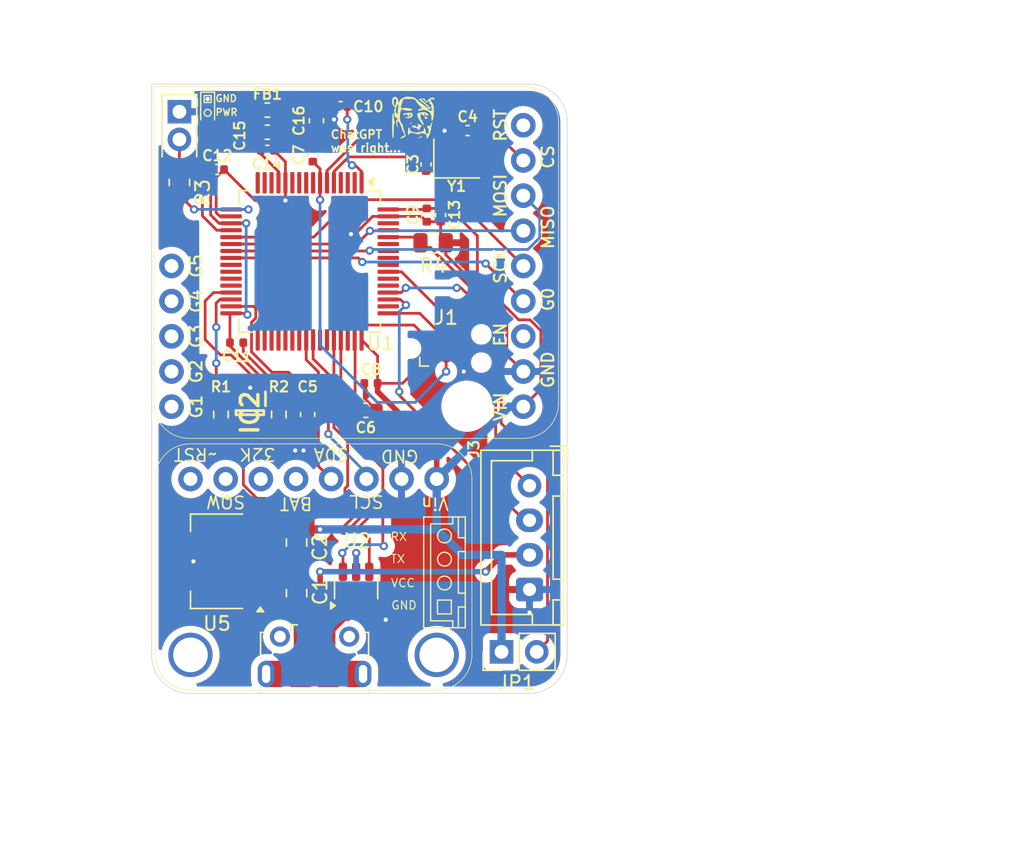
<source format=kicad_pcb>
(kicad_pcb (version 20241229) (generator "pcbnew") (generator_version "9.0")
  (layers (0 "F.Cu" signal) (4 "In1.Cu" signal) (6 "In2.Cu" signal) (2 "B.Cu" signal) (13 "F.Paste" user) (15 "B.Paste" user) (5 "F.SilkS" user "F.Silkscreen") (7 "B.SilkS" user "B.Silkscreen") (1 "F.Mask" user) (3 "B.Mask" user) (25 "Edge.Cuts" user))
  (net 0 "")
  (net 1 "+3.3V")
  (net 2 "VCC")
  (net 4 "/USART3_RX")
  (net 7 "/USART3_TX")
  (net 22 "/I2C3_SDA")
  (net 25 "unconnected-(U1-PA10-Pad43)")
  (net 31 "GND")
  (net 32 "Net-(J2-D+)")
  (net 33 "Net-(J2-D-)")
  (net 34 "/HSE_IN")
  (net 35 "/HSE_OUT")
  (net 36 "/VCAP_1")
  (net 37 "/VCAP_2")
  (net 38 "/NRST")
  (net 39 "Net-(U1-VDDA)")
  (net 40 "Net-(D1-A)")
  (net 41 "/SWDIO")
  (net 42 "/SWCLK")
  (net 43 "/SWO")
  (net 44 "/I2C2_SCL")
  (net 45 "/I2C2_SDA")
  (net 47 "/G0")
  (net 48 "/SPI1_SCK")
  (net 49 "/SPI1_MISO")
  (net 50 "/I2C3_SCL")
  (net 51 "/USB_D+")
  (net 52 "/USB_D-")
  (net 60 "/SPI1_NSS")
  (net 63 "/SPI1_MOSI")
  (net 78 "Net-(U1-PA3)")
  (net 80 "/BOOT0")
  (footprint "Inductor_SMD:L_0603_1608Metric" (layer "F.Cu") (at 71.59 87.02)
    (property "Reference" "FB1")
    (property "Value" "120R")
  )
  (footprint "Capacitor_SMD:C_0402_1005Metric" (layer "F.Cu") (at 83.1 94.6 90)
    (property "Reference" "C9")
    (property "Value" "100nF")
  )
  (footprint "Connector_PinHeader_2.54mm:PinHeader_1x02_P2.54mm_Vertical" (layer "F.Cu") (at 88.5 126.14 90)
    (property "Reference" "JP1")
    (property "Value" "BOOT" (hide yes))
  )
  (footprint "Capacitor_SMD:C_0402_1005Metric" (layer "F.Cu") (at 79.07 106.75)
    (property "Reference" "C8")
    (property "Value" "100nF")
  )
  (footprint "Capacitor_SMD:C_0402_1005Metric" (layer "F.Cu") (at 86.05 88.5 180)
    (property "Reference" "C4")
    (property "Value" "10pF")
  )
  (footprint "Package_TO_SOT_SMD:SOT-223-3_TabPin2" (layer "F.Cu") (at 67.95 119.6 180)
    (property "Reference" "U5")
    (property "Value" "MIC37100-3.3WS" (hide yes))
  )
  (footprint "Resistor_SMD:R_0603_1608Metric" (layer "F.Cu") (at 68.24 109 -90)
    (property "Reference" "R1")
    (property "Value" "2.7k")
  )
  (footprint "Resistor_SMD:R_0805_2012Metric" (layer "F.Cu") (at 83.56 96.6 180)
    (property "Reference" "R4")
    (property "Value" "10k")
  )
  (footprint "Capacitor_SMD:C_0603_1608Metric" (layer "F.Cu") (at 71.59 88.62 180)
    (property "Reference" "C15")
    (property "Value" "1uF")
  )
  (footprint "LocalFootprintLibrary:RFM95W" (layer "F.Cu") (at 74.65 97.95 90)
    (property "Reference" "U3" (hide yes))
    (property "Value" "RFM95W")
  )
  (footprint "Capacitor_SMD:C_0402_1005Metric" (layer "F.Cu") (at 83.05 90.94 90)
    (property "Reference" "C3")
    (property "Value" "10pF")
  )
  (footprint "Capacitor_SMD:C_0402_1005Metric" (layer "F.Cu") (at 84.1 94.6 90)
    (property "Reference" "C13")
    (property "Value" "100nF")
  )
  (footprint "Capacitor_SMD:C_0402_1005Metric" (layer "F.Cu") (at 71.59 89.93 180)
    (property "Reference" "C14")
    (property "Value" "100nF")
  )
  (footprint "Capacitor_SMD:C_0402_1005Metric" (layer "F.Cu") (at 67.98 91.31 180)
    (property "Reference" "C12")
    (property "Value" "100nF")
  )
  (footprint "Capacitor_SMD:C_0402_1005Metric" (layer "F.Cu") (at 76.88 86.77)
    (property "Reference" "C10")
    (property "Value" "100nF")
  )
  (footprint "Connector_JST:JST_XH_B4B-XH-A_1x04_P2.50mm_Vertical" (layer "F.Cu") (at 90.52 114.14 -90)
    (property "Reference" "J3")
    (property "Value" "Conn_01x04_Socket" (hide yes))
  )
  (footprint "Connector:Tag-Connect_TC2030-IDC-NL_2x03_P1.27mm_Vertical" (layer "F.Cu") (at 84.5 104.235)
    (property "Reference" "J1")
    (property "Value" "Conn_ARM_SWD_TagConnect_TC2030")
  )
  (footprint "Capacitor_SMD:C_0603_1608Metric" (layer "F.Cu") (at 78.7 108.7 180)
    (property "Reference" "C6")
    (property "Value" "2.2uF")
  )
  (footprint "Package_QFP:LQFP-64_10x10mm_P0.5mm" (layer "F.Cu") (at 74.645 97.945 -90)
    (property "Reference" "U1")
    (property "Value" "STM32F405RGT6" (hide yes))
  )
  (footprint "Capacitor_SMD:C_0603_1608Metric" (layer "F.Cu") (at 74.5 109 -90)
    (property "Reference" "C5")
    (property "Value" "2.2uF")
  )
  (footprint "LocalFootprintLibrary:SOT65P210X110-5N" (layer "F.Cu") (at 70.33 108.87 -90)
    (property "Reference" "IC2")
    (property "Value" "24LC01BT-E_LT" (hide yes))
  )
  (footprint "Capacitor_SMD:C_0805_2012Metric" (layer "F.Cu") (at 73.7 121.9 90)
    (property "Reference" "C1")
    (property "Value" "10uF")
  )
  (footprint "LED_SMD:LED_0805_2012Metric" (layer "F.Cu") (at 65.24 88.14 -90)
    (property "Reference" "D1" (hide yes))
    (property "Value" "RED (floating)")
  )
  (footprint "Resistor_SMD:R_0805_2012Metric" (layer "F.Cu") (at 65.24 92.25 -90)
    (property "Reference" "R3")
    (property "Value" "220")
  )
  (footprint "LocalFootprintLibrary:DS3231" (layer "F.Cu") (at 74.93 121.9 180)
    (property "Reference" "U4" (hide yes))
    (property "Value" "DS3231" (hide yes))
  )
  (footprint "Capacitor_SMD:C_0805_2012Metric" (layer "F.Cu") (at 73.7 118.25 -90)
    (property "Reference" "C2")
    (property "Value" "10uF")
  )
  (footprint "Capacitor_SMD:C_0603_1608Metric" (layer "F.Cu") (at 75.135 87.79 90)
    (property "Reference" "C16")
    (property "Value" "1uF")
  )
  (footprint "Capacitor_SMD:C_0402_1005Metric" (layer "F.Cu") (at 74.87 90.26 -90)
    (property "Reference" "C7")
    (property "Value" "100nF")
  )
  (footprint "Crystal:Crystal_SMD_2520-4Pin_2.5x2.0mm" (layer "F.Cu") (at 85.26 90.52)
    (property "Reference" "Y1")
    (property "Value" "12MHz")
  )
  (footprint "Resistor_SMD:R_0603_1608Metric" (layer "F.Cu") (at 72.42 109 -90)
    (property "Reference" "R2")
    (property "Value" "2.7k")
  )
  (footprint "MountingHole:MountingHole_3.2mm_M3" (layer "F.Cu") (at 86.92 106.13)
    (property "Reference" "H1" (hide yes))
    (property "Value" "M3")
  )
  (footprint "Capacitor_SMD:C_0402_1005Metric" (layer "F.Cu") (at 69.37 103.81 180)
    (property "Reference" "C11")
    (property "Value" "100nF")
  )
  (footprint "LocalFootprintLibrary:USB_Micro-B_Molex-105017-0001" (layer "F.Cu") (at 75 126.5)
    (property "Reference" "J2" (hide yes))
    (property "Value" "USB_B_Micro")
  )
  (footprint "Package_TO_SOT_SMD:SOT-23-6" (layer "F.Cu") (at 78 121.5 90)
    (property "Reference" "U2")
    (property "Value" "USBLC6-2SC6" (hide yes))
  )
  (gr_line (start 85.88 121.9) (end 85.38 121.9) (stroke (width 0.1)) (layer "F.SilkS"))
  (gr_poly (pts (xy 81.691963 86.043617) (xy 81.672859 86.045763) (xy 81.652791 86.048907) (xy 81.610201 86.057975) (xy 81.56509 86.070401) (xy 81.518352 86.085753) (xy 81.47088 86.103612) (xy 81.42357 86.123549) (xy 81.377319 86.145141) (xy 81.333024 86.167965) (xy 81.291573 86.19159) (xy 81.253864 86.215598) (xy 81.220797 86.239559) (xy 81.206281 86.251389) (xy 81.193263 86.263049) (xy 81.181848 86.274486) (xy 81.172153 86.285645) (xy 81.164292 86.296475) (xy 81.158371 86.306921) (xy 81.154504 86.31693) (xy 81.152808 86.326451) (xy 81.152718 86.329977) (xy 81.152451 86.3336) (xy 81.151407 86.341112) (xy 81.149715 86.348909) (xy 81.147405 86.356926) (xy 81.14452 86.365088) (xy 81.14109 86.373321) (xy 81.137154 86.381553) (xy 81.132748 86.389715) (xy 81.127906 86.397732) (xy 81.122668 86.405534) (xy 81.117069 86.413043) (xy 81.111142 86.42019) (xy 81.104929 86.426907) (xy 81.098461 86.433113) (xy 81.091776 86.438745) (xy 81.088365 86.441319) (xy 81.084912 86.443722) (xy 81.080934 86.445875) (xy 81.077103 86.447703) (xy 81.07342 86.449215) (xy 81.069892 86.450412) (xy 81.066516 86.451297) (xy 81.063295 86.451873) (xy 81.060231 86.452143) (xy 81.057331 86.452113) (xy 81.054591 86.451783) (xy 81.052018 86.451158) (xy 81.049611 86.450241) (xy 81.047374 86.44904) (xy 81.045306 86.447549) (xy 81.043416 86.44578) (xy 81.0417 86.44373) (xy 81.040164 86.441408) (xy 81.038806 86.438814) (xy 81.037636 86.435952) (xy 81.036646 86.432825) (xy 81.035847 86.429438) (xy 81.035238 86.425791) (xy 81.034819 86.421891) (xy 81.034597 86.417741) (xy 81.03457 86.413344) (xy 81.035116 86.403818) (xy 81.036474 86.393343) (xy 81.038665 86.381948) (xy 81.041707 86.369655) (xy 81.04345 86.356581) (xy 81.044082 86.342883) (xy 81.043644 86.328659) (xy 81.04219 86.314008) (xy 81.040375 86.302844) (xy 80.89675 86.302844) (xy 80.895888 86.320473) (xy 80.893869 86.340197) (xy 80.890728 86.36211) (xy 80.886502 86.386301) (xy 80.88123 86.412861) (xy 80.867631 86.492328) (xy 80.855767 86.567166) (xy 80.851032 86.599956) (xy 80.847379 86.628116) (xy 80.845029 86.650491) (xy 80.844409 86.659146) (xy 80.844198 86.665922) (xy 80.844108 86.668742) (xy 80.843842 86.671419) (xy 80.843409 86.67395) (xy 80.842812 86.676338) (xy 80.842056 86.67858) (xy 80.841144 86.680677) (xy 80.840089 86.68263) (xy 80.838892 86.684438) (xy 80.837559 86.686101) (xy 80.836098 86.687621) (xy 80.834509 86.688996) (xy 80.832805 86.690225) (xy 80.830987 86.691309) (xy 80.82906 86.692248) (xy 80.827032 86.693046) (xy 80.824908 86.693696) (xy 80.822694 86.694203) (xy 80.820394 86.694564) (xy 80.818018 86.69478) (xy 80.815566 86.694855) (xy 80.813046 86.69478) (xy 80.810466 86.694564) (xy 80.807826 86.694203) (xy 80.805138 86.693696) (xy 80.802403 86.693046) (xy 80.79963 86.692248) (xy 80.796822 86.691309) (xy 80.793987 86.690225) (xy 80.791128 86.688996) (xy 80.788254 86.687621) (xy 80.785366 86.686101) (xy 80.782476 86.684438) (xy 80.779039 86.682417) (xy 80.775678 86.679834) (xy 80.769189 86.673057) (xy 80.763027 86.664258) (xy 80.757207 86.653577) (xy 80.75175 86.641161) (xy 80.746671 86.627153) (xy 80.741989 86.611698) (xy 80.737728 86.59494) (xy 80.733895 86.577029) (xy 80.730516 86.5581) (xy 80.727609 86.538305) (xy 80.725188 86.517789) (xy 80.723274 86.496693) (xy 80.721885 86.475162) (xy 80.721037 86.453342) (xy 80.720751 86.431377) (xy 80.721046 86.403593) (xy 80.72196 86.378058) (xy 80.722654 86.366115) (xy 80.723518 86.354712) (xy 80.724555 86.343839) (xy 80.725767 86.33349) (xy 80.727159 86.323659) (xy 80.728738 86.314331) (xy 80.730507 86.305503) (xy 80.732469 86.297168) (xy 80.734632 86.289318) (xy 80.736996 86.281941) (xy 80.739568 86.275034) (xy 80.742355 86.268585) (xy 80.745357 86.26259) (xy 80.748582 86.257038) (xy 80.752032 86.251925) (xy 80.755713 86.247237) (xy 80.759626 86.242971) (xy 80.763783 86.239116) (xy 80.768184 86.235666) (xy 80.772831 86.232615) (xy 80.777733 86.229951) (xy 80.78289 86.227668) (xy 80.788311 86.225757) (xy 80.793999 86.224212) (xy 80.799958 86.223024) (xy 80.806192 86.222186) (xy 80.812707 86.221686) (xy 80.819506 86.221523) (xy 80.833762 86.222045) (xy 80.846463 86.223669) (xy 80.852241 86.224925) (xy 80.857644 86.226486) (xy 80.862676 86.228372) (xy 80.867341 86.230587) (xy 80.871648 86.233149) (xy 80.875593 86.236065) (xy 80.87919 86.239347) (xy 80.882436 86.243006) (xy 80.885338 86.247054) (xy 80.887903 86.2515) (xy 80.890131 86.25636) (xy 80.89203 86.261642) (xy 80.893605 86.267358) (xy 80.894859 86.27352) (xy 80.896419 86.287223) (xy 80.89675 86.302844) (xy 81.040375 86.302844) (xy 81.039754 86.299037) (xy 81.03639 86.283836) (xy 81.032139 86.268509) (xy 81.027048 86.253156) (xy 81.021159 86.237874) (xy 81.014523 86.222765) (xy 81.00718 86.207928) (xy 80.999178 86.193459) (xy 80.990559 86.179461) (xy 80.98137 86.166035) (xy 80.971659 86.153274) (xy 80.961468 86.141285) (xy 80.945748 86.124863) (xy 80.930886 86.110305) (xy 80.916729 86.097588) (xy 80.903122 86.0867) (xy 80.896479 86.081934) (xy 80.889913 86.077619) (xy 80.883411 86.07375) (xy 80.87695 86.070329) (xy 80.870509 86.067348) (xy 80.864076 86.06481) (xy 80.857626 86.06271) (xy 80.85114 86.061045) (xy 80.844598 86.059817) (xy 80.837988 86.059017) (xy 80.83128 86.05865) (xy 80.824462 86.058708) (xy 80.817513 86.059191) (xy 80.810413 86.060097) (xy 80.803144 86.061423) (xy 80.795685 86.063168) (xy 80.78802 86.065328) (xy 80.780128 86.067903) (xy 80.763585 86.074281) (xy 80.7459 86.082291) (xy 80.726923 86.091906) (xy 80.709195 86.102562) (xy 80.693001 86.113788) (xy 80.678292 86.125718) (xy 80.665011 86.138487) (xy 80.653102 86.152236) (xy 80.642517 86.167095) (xy 80.633194 86.183201) (xy 80.625084 86.200692) (xy 80.618131 86.219702) (xy 80.61228 86.240366) (xy 80.607481 86.262819) (xy 80.603673 86.2872) (xy 80.600806 86.313639) (xy 80.598828 86.34228) (xy 80.597679 86.373249) (xy 80.59731 86.406689) (xy 80.597593 86.431839) (xy 80.598441 86.456285) (xy 80.59983 86.479896) (xy 80.601744 86.502552) (xy 80.604165 86.524121) (xy 80.607072 86.544479) (xy 80.610451 86.563497) (xy 80.614284 86.581055) (xy 80.618545 86.597019) (xy 80.620836 86.604363) (xy 80.623227 86.611265) (xy 80.625717 86.617703) (xy 80.628306 86.623665) (xy 80.630988 86.629137) (xy 80.633763 86.634096) (xy 80.636628 86.638533) (xy 80.639583 86.642427) (xy 80.642622 86.645771) (xy 80.645745 86.648538) (xy 80.648952 86.650719) (xy 80.652234 86.652296) (xy 80.655595 86.653254) (xy 80.659032 86.653577) (xy 80.661924 86.653703) (xy 80.66481 86.654076) (xy 80.667684 86.654691) (xy 80.670543 86.655543) (xy 80.673378 86.656625) (xy 80.676186 86.657931) (xy 80.678959 86.659455) (xy 80.681694 86.661197) (xy 80.687022 86.665295) (xy 80.692122 86.670179) (xy 80.69695 86.675804) (xy 80.701464 86.682123) (xy 80.705616 86.689095) (xy 80.70936 86.696675) (xy 80.712654 86.704814) (xy 80.715448 86.713467) (xy 80.7177 86.72259) (xy 80.719368 86.732139) (xy 80.720398 86.742069) (xy 80.720751 86.752332) (xy 80.720826 86.756889) (xy 80.721037 86.761298) (xy 80.721393 86.765553) (xy 80.721885 86.769656) (xy 80.722513 86.773599) (xy 80.723274 86.777381) (xy 80.724166 86.780999) (xy 80.725188 86.784446) (xy 80.726337 86.787723) (xy 80.727609 86.790825) (xy 80.729002 86.79375) (xy 80.730516 86.796489) (xy 80.732149 86.799045) (xy 80.733895 86.801412) (xy 80.735754 86.803589) (xy 80.737728 86.805567) (xy 80.739804 86.807349) (xy 80.741989 86.808926) (xy 80.74428 86.8103) (xy 80.746671 86.811464) (xy 80.749161 86.812415) (xy 80.75175 86.813148) (xy 80.754432 86.813666) (xy 80.757207 86.813958) (xy 80.760072 86.814026) (xy 80.763027 86.813864) (xy 80.766066 86.813468) (xy 80.769189 86.812838) (xy 80.772396 86.811966) (xy 80.775678 86.810852) (xy 80.779039 86.809491) (xy 80.782476 86.807882) (xy 80.785366 86.806236) (xy 80.788254 86.804769) (xy 80.791128 86.803478) (xy 80.793987 86.802362) (xy 80.796822 86.801415) (xy 80.79963 86.800641) (xy 80.802403 86.800031) (xy 80.805138 86.799588) (xy 80.807826 86.799306) (xy 80.810466 86.799188) (xy 80.813046 86.799225) (xy 80.815566 86.79942) (xy 80.818018 86.799768) (xy 80.820394 86.800266) (xy 80.822694 86.800914) (xy 80.824908 86.801709) (xy 80.827032 86.802651) (xy 80.82906 86.803733) (xy 80.830987 86.804955) (xy 80.832805 86.806314) (xy 80.834509 86.807811) (xy 80.836098 86.809439) (xy 80.837559 86.8112) (xy 80.838892 86.81309) (xy 80.840089 86.815106) (xy 80.841144 86.817246) (xy 80.842056 86.819508) (xy 80.842812 86.82189) (xy 80.843409 86.824389) (xy 80.843842 86.827005) (xy 80.844108 86.829732) (xy 80.844198 86.83257) (xy 80.844123 86.836023) (xy 80.843913 86.839436) (xy 80.84356 86.842803) (xy 80.843076 86.846121) (xy 80.842458 86.849385) (xy 80.841715 86.852589) (xy 80.840847 86.855727) (xy 80.839855 86.858802) (xy 80.83875 86.861805) (xy 80.83753 86.864727) (xy 80.836197 86.867571) (xy 80.834758 86.870328) (xy 80.833213 86.872994) (xy 80.831571 86.875566) (xy 80.829829 86.878037) (xy 80.827995 86.880405) (xy 80.826067 86.882667) (xy 80.824057 86.884811) (xy 80.82196 86.88684) (xy 80.819785 86.888748) (xy 80.817532 86.890529) (xy 80.815206 86.892176) (xy 80.812809 86.893689) (xy 80.810346 86.895065) (xy 80.80782 86.896293) (xy 80.805232 86.897373) (xy 80.802588 86.8983) (xy 80.799894 86.899067) (xy 80.797149 86.899671) (xy 80.794356 86.900111) (xy 80.791522 86.900375) (xy 80.788645 86.900465) (xy 80.785248 86.900681) (xy 80.781991 86.90132) (xy 80.778877 86.902371) (xy 80.775906 86.903828) (xy 80.773072 86.905677) (xy 80.77038 86.907909) (xy 80.767824 86.910516) (xy 80.765404 86.913485) (xy 80.760972 86.920469) (xy 80.757073 86.928783) (xy 80.7537 86.938344) (xy 80.750842 86.949071) (xy 80.748489 86.960883) (xy 80.746633 86.973699) (xy 80.745267 86.987439) (xy 80.74438 87.002018) (xy 80.743962 87.017355) (xy 80.744005 87.033374) (xy 80.744502 87.049986) (xy 80.745442 87.067115) (xy 80.754603 87.148704) (xy 80.763186 87.238394) (xy 80.770614 87.325769) (xy 80.776302 87.400413) (xy 80.776428 87.409019) (xy 80.776797 87.417471) (xy 80.777401 87.42576) (xy 80.778231 87.433878) (xy 80.779278 87.441815) (xy 80.780533 87.449562) (xy 80.781987 87.45711) (xy 80.783631 87.464448) (xy 80.785456 87.471573) (xy 80.787453 87.47847) (xy 80.789613 87.48513) (xy 80.791926 87.49155) (xy 80.794384 87.497715) (xy 80.796976 87.503616) (xy 80.799697 87.509247) (xy 80.802532 87.514599) (xy 80.80548 87.519662) (xy 80.808525 87.524424) (xy 80.81166 87.528879) (xy 80.814877 87.533021) (xy 80.818167 87.536834) (xy 80.821521 87.540312) (xy 80.824929 87.543449) (xy 80.828379 87.546231) (xy 80.831868 87.548652) (xy 80.835384 87.550704) (xy 80.838918 87.552369) (xy 80.842461 87.553651) (xy 80.846002 87.554536) (xy 80.849536 87.555015) (xy 80.853054 87.555075) (xy 80.856541 87.554713) (xy 80.873044 87.554148) (xy 80.887884 87.554833) (xy 80.894701 87.55567) (xy 80.901133 87.556855) (xy 80.907183 87.558397) (xy 80.912862 87.560307) (xy 80.918179 87.562597) (xy 80.923146 87.565278) (xy 80.927767 87.568359) (xy 80.932053 87.571857) (xy 80.936016 87.575776) (xy 80.939661 87.580132) (xy 80.942997 87.584938) (xy 80.946037 87.590203) (xy 80.948788 87.595938) (xy 80.951257 87.602152) (xy 80.955393 87.616074) (xy 80.958516 87.632055) (xy 80.960697 87.650188) (xy 80.962011 87.670566) (xy 80.96253 87.693273) (xy 80.962324 87.718405) (xy 80.961468 87.746052) (xy 80.961319 87.763341) (xy 80.960851 87.778177) (xy 80.960046 87.790576) (xy 80.958862 87.800539) (xy 80.958126 87.804615) (xy 80.957286 87.808083) (xy 80.956341 87.810946) (xy 80.955285 87.813211) (xy 80.954116 87.81487) (xy 80.952831 87.815932) (xy 80.951424 87.816397) (xy 80.949895 87.816261) (xy 80.948241 87.815527) (xy 80.946456 87.8142) (xy 80.944536 87.812277) (xy 80.942481 87.809763) (xy 80.937948 87.802954) (xy 80.932824 87.793789) (xy 80.927089 87.782272) (xy 80.920711 87.768414) (xy 80.913663 87.752223) (xy 80.90592 87.733707) (xy 80.898252 87.718954) (xy 80.891451 87.707113) (xy 80.88552 87.698202) (xy 80.880456 87.692236) (xy 80.878251 87.690366) (xy 80.876262 87.689239) (xy 80.874492 87.688857) (xy 80.872936 87.689223) (xy 80.871597 87.690342) (xy 80.870475 87.692209) (xy 80.868886 87.698217) (xy 80.868162 87.707259) (xy 80.868306 87.719361) (xy 80.86932 87.734535) (xy 80.871199 87.752802) (xy 80.873949 87.77418) (xy 80.877565 87.798685) (xy 80.887401 87.857151) (xy 80.899225 87.928959) (xy 80.911404 87.995893) (xy 80.923707 88.05742) (xy 80.935911 88.113009) (xy 80.947791 88.162122) (xy 80.959119 88.204228) (xy 80.969668 88.238796) (xy 80.979211 88.265289) (xy 80.987532 88.283173) (xy 80.991154 88.28872) (xy 80.994391 88.291917) (xy 80.997204 88.292695) (xy 80.999569 88.290987) (xy 81.001458 88.286728) (xy 81.002841 88.279851) (xy 81.003691 88.270285) (xy 81.003979 88.257972) (xy 81.002755 88.224817) (xy 80.998948 88.179856) (xy 80.992329 88.122555) (xy 80.989216 88.090749) (xy 80.986807 88.060207) (xy 80.985087 88.03104) (xy 80.984035 88.003356) (xy 80.983635 87.977263) (xy 80.983866 87.952867) (xy 80.984715 87.930283) (xy 80.986156 87.909615) (xy 80.98818 87.890971) (xy 80.990763 87.874461) (xy 80.992258 87.867042) (xy 80.993887 87.860194) (xy 80.995647 87.853935) (xy 80.997537 87.848278) (xy 80.999553 87.843235) (xy 81.001693 87.838821) (xy 81.003954 87.835048) (xy 81.006337 87.831931) (xy 81.008836 87.829483) (xy 81.011449 87.827719) (xy 81.014178 87.82665) (xy 81.017019 87.82629) (xy 81.02307 87.827128) (xy 81.029634 87.829612) (xy 81.044166 87.839274) (xy 81.060361 87.854809) (xy 81.077967 87.875764) (xy 81.096732 87.901671) (xy 81.1164 87.932073) (xy 81.136719 87.966508) (xy 81.157437 88.004514) (xy 81.178297 88.045627) (xy 81.19905 88.089393) (xy 81.219441 88.135344) (xy 81.239218 88.183024) (xy 81.258126 88.231971) (xy 81.275913 88.281718) (xy 81.292326 88.331811) (xy 81.30711 88.381788) (xy 81.317745 88.416036) (xy 81.330837 88.453251) (xy 81.345952 88.492344) (xy 81.362661 88.532235) (xy 81.380527 88.571838) (xy 81.399115 88.610062) (xy 81.417994 88.64583) (xy 81.427407 88.662453) (xy 81.436728 88.678053) (xy 81.451753 88.701036) (xy 81.464356 88.721595) (xy 81.474429 88.740058) (xy 81.478483 88.748604) (xy 81.481861 88.756747) (xy 81.484552 88.764531) (xy 81.486546 88.771993) (xy 81.487821 88.779174) (xy 81.488373 88.786114) (xy 81.488179 88.792857) (xy 81.487231 88.799442) (xy 81.485515 88.80591) (xy 81.483019 88.8123) (xy 81.479725 88.818651) (xy 81.475623 88.825011) (xy 81.470698 88.831416) (xy 81.464937 88.837905) (xy 81.458325 88.84452) (xy 81.450852 88.851301) (xy 81.433254 88.865535) (xy 81.412044 88.880922) (xy 81.387109 88.897794) (xy 81.325627 88.937286) (xy 81.297196 88.954947) (xy 81.272053 88.970944) (xy 81.25017 88.985349) (xy 81.231504 88.998235) (xy 81.216018 89.009674) (xy 81.209457 89.014876) (xy 81.203679 89.019744) (xy 81.198676 89.024283) (xy 81.194451 89.028507) (xy 81.190992 89.032423) (xy 81.188296 89.036041) (xy 81.186361 89.03937) (xy 81.185178 89.042418) (xy 81.18475 89.045194) (xy 81.185065 89.04771) (xy 81.186123 89.049973) (xy 81.187917 89.051989) (xy 81.190443 89.053771) (xy 81.193696 89.05533) (xy 81.197674 89.056669) (xy 81.202371 89.057799) (xy 81.207781 89.058733) (xy 81.213901 89.059477) (xy 81.220726 89.060038) (xy 81.228255 89.06043) (xy 81.245388 89.06073) (xy 81.258535 89.059215) (xy 81.27244 89.057005) (xy 81.286998 89.054125) (xy 81.302095 89.050603) (xy 81.317629 89.046466) (xy 81.333487 89.041743) (xy 81.349563 89.036458) (xy 81.365748 89.030641) (xy 81.381931 89.024316) (xy 81.398007 89.017512) (xy 81.413865 89.010256) (xy 81.429397 89.002575) (xy 81.444495 88.994497) (xy 81.459054 88.986049) (xy 81.472959 88.977256) (xy 81.486105 88.968147) (xy 81.504549 88.953804) (xy 81.520534 88.940505) (xy 81.53406 88.92769) (xy 81.545127 88.914814) (xy 81.553734 88.901323) (xy 81.557116 88.894176) (xy 81.559882 88.886667) (xy 81.562033 88.878729) (xy 81.563571 88.87029) (xy 81.564802 88.851648) (xy 81.563571 88.830183) (xy 81.559882 88.805344) (xy 81.553734 88.776582) (xy 81.545127 88.743343) (xy 81.53406 88.705078) (xy 81.520534 88.661238) (xy 81.486105 88.554609) (xy 81.463888 88.488042) (xy 81.443769 88.423644) (xy 81.426108 88.363006) (xy 81.411265 88.307721) (xy 81.399609 88.25938) (xy 81.395088 88.238311) (xy 81.391497 88.219575) (xy 81.388882 88.203369) (xy 81.387289 88.189896) (xy 81.386764 88.179349) (xy 81.387349 88.171933) (xy 81.388365 88.168932) (xy 81.389097 88.165725) (xy 81.389556 88.162317) (xy 81.389748 88.15872) (xy 81.38937 88.150993) (xy 81.388024 88.142614) (xy 81.385774 88.133658) (xy 81.382686 88.124193) (xy 81.378817 88.114297) (xy 81.374232 88.104039) (xy 81.369 88.093489) (xy 81.363178 88.082725) (xy 81.356833 88.071817) (xy 81.350028 88.060833) (xy 81.342822 88.049851) (xy 81.335284 88.038942) (xy 81.327474 88.028176) (xy 81.319455 88.017628) (xy 81.293992 87.987009) (xy 81.270826 87.955231) (xy 81.249939 87.922152) (xy 81.231309 87.887626) (xy 81.214921 87.851509) (xy 81.200761 87.813655) (xy 81.188805 87.773922) (xy 81.179038 87.732162) (xy 81.171439 87.688236) (xy 81.165994 87.641991) (xy 81.162682 87.59329) (xy 81.161487 87.541989) (xy 81.162387 87.487932) (xy 81.165367 87.430985) (xy 81.170409 87.371) (xy 81.177495 87.30783) (xy 81.184314 87.261506) (xy 81.190972 87.219611) (xy 81.197593 87.181949) (xy 81.204306 87.148317) (xy 81.207735 87.132951) (xy 81.211236 87.118521) (xy 81.214819 87.104997) (xy 81.218505 87.09236) (xy 81.222312 87.080579) (xy 81.226249 87.06963) (xy 81.230337 87.059495) (xy 81.234586 87.050142) (xy 81.239022 87.041547) (xy 81.243649 87.033689) (xy 81.248493 87.026538) (xy 81.253563 87.020076) (xy 81.258876 87.01427) (xy 81.26445 87.009102) (xy 81.2703 87.004545) (xy 81.276444 87.00057) (xy 81.282891 86.997159) (xy 81.289665 86.994281) (xy 81.296775 86.991914) (xy 81.304243 86.990034) (xy 81.312078 86.988617) (xy 81.320302 86.987634) (xy 81.32893 86.987061) (xy 81.337974 86.986875) (xy 81.350547 86.987088) (xy 81.36277 86.987708) (xy 81.374577 86.988707) (xy 81.385903 86.990058) (xy 81.39669 86.991735) (xy 81.406866 86.993712) (xy 81.416377 86.995959) (xy 81.425154 86.998448) (xy 81.429247 86.999777) (xy 81.433135 87.001157) (xy 81.436807 87.002583) (xy 81.44026 87.004053) (xy 81.443478 87.005565) (xy 81.44646 87.007115) (xy 81.449196 87.008697) (xy 81.451675 87.010311) (xy 81.453894 87.011949) (xy 81.455842 87.013617) (xy 81.457512 87.015302) (xy 81.458898 87.017003) (xy 81.459988 87.018717) (xy 81.460776 87.020442) (xy 81.461256 87.022173) (xy 81.461418 87.023909) (xy 81.461827 87.025628) (xy 81.46305 87.027308) (xy 81.467841 87.030564) (xy 81.475615 87.033674) (xy 81.486201 87.036639) (xy 81.515122 87.042135) (xy 81.553228 87.047055) (xy 81.599146 87.051395) (xy 81.651501 87.055155) (xy 81.708919 87.05834) (xy 81.770025 87.060942) (xy 81.805968 87.061742) (xy 81.839706 87.061833) (xy 81.8712 87.061241) (xy 81.900414 87.059978) (xy 81.927315 87.058064) (xy 81.939886 87.056871) (xy 81.951865 87.055517) (xy 81.963249 87.054012) (xy 81.974028 87.052356) (xy 81.984204 87.050549) (xy 81.993769 87.048597) (xy 82.002717 87.046499) (xy 82.011049 87.044262) (xy 82.018755 87.041882) (xy 82.025835 87.039363) (xy 82.032282 87.036711) (xy 82.03809 87.033924) (xy 82.043254 87.031007) (xy 82.047774 87.02796) (xy 82.051644 87.024788) (xy 82.054857 87.021489) (xy 82.057411 87.018069) (xy 82.059298 87.014529) (xy 82.060518 87.010874) (xy 82.061065 87.007101) (xy 82.060935 87.003216) (xy 82.060119 86.99922) (xy 82.056247 86.990616) (xy 82.050471 86.982171) (xy 82.042881 86.973897) (xy 82.033561 86.965815) (xy 82.010089 86.950277) (xy 81.980748 86.935665) (xy 81.946236 86.922105) (xy 81.907251 86.909712) (xy 81.864483 86.8986) (xy 81.818631 86.888892) (xy 81.770394 86.880702) (xy 81.720468 86.874149) (xy 81.669546 86.86935) (xy 81.618327 86.866424) (xy 81.567502 86.865483) (xy 81.517773 86.866652) (xy 81.469834 86.870043) (xy 81.424383 86.875776) (xy 81.386253 86.881503) (xy 81.352824 86.884563) (xy 81.324024 86.884605) (xy 81.311338 86.883383) (xy 81.299782 86.881274) (xy 81.289348 86.878233) (xy 81.280023 86.874216) (xy 81.271803 86.869181) (xy 81.264678 86.863083) (xy 81.258636 86.855876) (xy 81.253671 86.847518) (xy 81.249771 86.837966) (xy 81.246931 86.82717) (xy 81.24514 86.815092) (xy 81.244389 86.801688) (xy 81.244668 86.78691) (xy 81.245968 86.770718) (xy 81.251596 86.733903) (xy 81.261205 86.690898) (xy 81.264466 86.67894) (xy 81.046528 86.67894) (xy 81.045826 86.718188) (xy 81.042792 86.765147) (xy 81.037333 86.819757) (xy 81.029364 86.881949) (xy 81.023866 86.912954) (xy 81.018948 86.943368) (xy 81.014607 86.973045) (xy 81.010845 87.001824) (xy 81.007665 87.029553) (xy 81.005059 87.056084) (xy 81.003034 87.081257) (xy 81.001587 87.104919) (xy 81.00072 87.12692) (xy 81.00043 87.147099) (xy 81.00072 87.165309) (xy 81.001587 87.181397) (xy 81.003034 87.195204) (xy 81.005059 87.20658) (xy 81.007665 87.215367) (xy 81.009181 87.218747) (xy 81.010845 87.22142) (xy 81.011913 87.224276) (xy 81.012804 87.227061) (xy 81.013512 87.22977) (xy 81.014052 87.232403) (xy 81.014418 87.234957) (xy 81.014617 87.237438) (xy 81.014644 87.239835) (xy 81.014511 87.242156) (xy 81.014212 87.244392) (xy 81.013753 87.246546) (xy 81.013138 87.248618) (xy 81.012364 87.250605) (xy 81.011437 87.252506) (xy 81.010359 87.254319) (xy 81.009133 87.256046) (xy 81.007759 87.257681) (xy 81.00624 87.259227) (xy 81.004579 87.260681) (xy 81.002778 87.262044) (xy 81.00084 87.263313) (xy 80.998765 87.264485) (xy 80.996556 87.26556) (xy 80.994219 87.266541) (xy 80.99175 87.267422) (xy 80.989156 87.268205) (xy 80.986437 87.268886) (xy 80.983596 87.269463) (xy 80.980635 87.26994) (xy 80.977557 87.270315) (xy 80.974362 87.270582) (xy 80.967642 87.270797) (xy 80.956917 87.270258) (xy 80.946739 87.268655) (xy 80.937109 87.266013) (xy 80.928027 87.262346) (xy 80.919496 87.257682) (xy 80.911521 87.252041) (xy 80.904102 87.245444) (xy 80.897238 87.237911) (xy 80.890938 87.229466) (xy 80.885197 87.220128) (xy 80.87542 87.198864) (xy 80.867917 87.174291) (xy 80.862712 87.14658) (xy 80.859823 87.115905) (xy 80.859265 87.082436) (xy 80.861058 87.046344) (xy 80.865222 87.007803) (xy 80.871769 86.966984) (xy 80.880723 86.924055) (xy 80.892099 86.879195) (xy 80.90592 86.83257) (xy 80.926156 86.774336) (xy 80.945145 86.724569) (xy 80.962795 86.683214) (xy 80.979021 86.650202) (xy 80.993725 86.625471) (xy 81.00048 86.616192) (xy 81.00682 86.608962) (xy 81.012735 86.603769) (xy 81.018214 86.600607) (xy 81.023247 86.599466) (xy 81.027819 86.600343) (xy 81.031923 86.603223) (xy 81.035542 86.608106) (xy 81.038673 86.614982) (xy 81.041298 86.623838) (xy 81.043405 86.634669) (xy 81.044989 86.64747) (xy 81.046528 86.67894) (xy 81.264466 86.67894) (xy 81.274719 86.641347) (xy 81.292066 86.584899) (xy 81.313174 86.521197) (xy 81.337974 86.449895) (xy 81.424383 86.221523) (xy 81.83175 86.221523) (xy 81.899544 86.2217) (xy 81.959808 86.222357) (xy 82.013112 86.22368) (xy 82.060021 86.225865) (xy 82.08126 86.227337) (xy 82.101112 86.229096) (xy 82.119648 86.231163) (xy 82.136941 86.233566) (xy 82.153067 86.236325) (xy 82.168091 86.239466) (xy 82.182092 86.24301) (xy 82.195132 86.246984) (xy 82.207285 86.251409) (xy 82.218623 86.256309) (xy 82.229219 86.261712) (xy 82.239143 86.267634) (xy 82.248466 86.274105) (xy 82.257257 86.281146) (xy 82.265591 86.288781) (xy 82.273538 86.297037) (xy 82.281166 86.305932) (xy 82.28855 86.315496) (xy 82.295759 86.325744) (xy 82.302869 86.336709) (xy 82.309943 86.348412) (xy 82.317056 86.360871) (xy 82.33169 86.388173) (xy 82.341727 86.406227) (xy 82.353233 86.425542) (xy 82.366097 86.445947) (xy 82.3802 86.467256) (xy 82.395425 86.489283) (xy 82.411652 86.51186) (xy 82.428766 86.534793) (xy 82.446649 86.557907) (xy 82.465181 86.581025) (xy 82.484248 86.603958) (xy 82.503731 86.62653) (xy 82.523513 86.648562) (xy 82.543472 86.669868) (xy 82.563497 86.690271) (xy 82.583468 86.709591) (xy 82.603267 86.727644) (xy 82.62743 86.74986) (xy 82.649003 86.770257) (xy 82.668011 86.788902) (xy 82.67656 86.797587) (xy 82.684471 86.805857) (xy 82.69175 86.813721) (xy 82.698397 86.821184) (xy 82.704416 86.828256) (xy 82.709809 86.834945) (xy 82.71458 86.841261) (xy 82.718728 86.847207) (xy 82.722257 86.852796) (xy 82.72517 86.858031) (xy 82.727465 86.862924) (xy 82.72915 86.867481) (xy 82.730225 86.87171) (xy 82.73069 86.87562) (xy 82.730695 86.877456) (xy 82.730551 86.879216) (xy 82.730254 86.8809) (xy 82.729807 86.88251) (xy 82.72921 86.884046) (xy 82.728461 86.885508) (xy 82.727564 86.886897) (xy 82.72652 86.888217) (xy 82.725323 86.889465) (xy 82.723979 86.890647) (xy 82.720843 86.892803) (xy 82.717117 86.894694) (xy 82.712798 86.896331) (xy 82.707896 86.897717) (xy 82.702406 86.898863) (xy 82.696331 86.899778) (xy 82.689677 86.900465) (xy 82.67899 86.900964) (xy 82.667812 86.902419) (xy 82.656236 86.904777) (xy 82.64435 86.907987) (xy 82.632251 86.911992) (xy 82.620025 86.916741) (xy 82.607759 86.922174) (xy 82.595552 86.928239) (xy 82.583489 86.934887) (xy 82.571659 86.942055) (xy 82.560157 86.949695) (xy 82.549069 86.957751) (xy 82.538486 86.966169) (xy 82.528502 86.974893) (xy 82.519205 86.983869) (xy 82.510684 86.993048) (xy 82.495274 87.012651) (xy 82.483753 87.029817) (xy 82.476103 87.044555) (xy 82.473721 87.051023) (xy 82.4723 87.056892) (xy 82.47184 87.062165) (xy 82.472335 87.06684) (xy 82.473782 87.070925) (xy 82.476182 87.074421) (xy 82.479532 87.077328) (xy 82.483828 87.07965) (xy 82.489072 87.081389) (xy 82.495255 87.082545) (xy 82.502378 87.083126) (xy 82.510439 87.083127) (xy 82.529369 87.081411) (xy 82.552025 87.077418) (xy 82.578388 87.071165) (xy 82.608437 87.06267) (xy 82.642156 87.05195) (xy 82.679531 87.039024) (xy 82.720538 87.023909) (xy 82.74131 87.016458) (xy 82.762022 87.010298) (xy 82.782749 87.005424) (xy 82.803575 87.001824) (xy 82.824581 86.99949) (xy 82.845851 86.998413) (xy 82.867466 86.998583) (xy 82.889504 86.999993) (xy 82.912048 87.00263) (xy 82.935179 87.006491) (xy 82.958981 87.011559) (xy 82.983533 87.017834) (xy 83.008915 87.025299) (xy 83.035213 87.03395) (xy 83.062502 87.043778) (xy 83.09087 87.05477) (xy 83.137472 87.075929) (xy 83.180153 87.097904) (xy 83.219033 87.120926) (xy 83.254243 87.14523) (xy 83.285908 87.171056) (xy 83.30045 87.184613) (xy 83.314156 87.198635) (xy 83.327038 87.213158) (xy 83.339113 87.228204) (xy 83.350397 87.243807) (xy 83.360905 87.259997) (xy 83.370653 87.276798) (xy 83.379661 87.294248) (xy 83.387938 87.312368) (xy 83.395505 87.331194) (xy 83.408561 87.371067) (xy 83.418962 87.414108) (xy 83.42683 87.460548) (xy 83.432294 87.510621) (xy 83.43548 87.564559) (xy 83.436514 87.622608) (xy 83.43769 87.659662) (xy 83.43896 87.692214) (xy 83.440435 87.720388) (xy 83.442206 87.744315) (xy 83.443234 87.754723) (xy 83.444375 87.764118) (xy 83.445638 87.772513) (xy 83.447039 87.779928) (xy 83.448589 87.786369) (xy 83.4503 87.791863) (xy 83.452187 87.79642) (xy 83.45426 87.800058) (xy 83.45653 87.802791) (xy 83.457745 87.803823) (xy 83.459014 87.804636) (xy 83.460338 87.80523) (xy 83.461721 87.805608) (xy 83.463161 87.805771) (xy 83.464663 87.805723) (xy 83.467856 87.804997) (xy 83.471306 87.803449) (xy 83.475032 87.801088) (xy 83.479045 87.797937) (xy 83.483356 87.794005) (xy 83.487976 87.789315) (xy 83.492921 87.783874) (xy 83.498201 87.777708) (xy 83.509817 87.763245) (xy 83.522924 87.746052) (xy 83.533049 87.730515) (xy 83.542601 87.711741) (xy 83.551568 87.689823) (xy 83.559958 87.664848) (xy 83.56777 87.636906) (xy 83.575004 87.606093) (xy 83.581657 87.572491) (xy 83.587733 87.536202) (xy 83.598149 87.455891) (xy 83.606251 87.365888) (xy 83.612038 87.266915) (xy 83.615507 87.159698) (xy 83.616293 87.091863) (xy 83.616293 87.029298) (xy 83.61544 86.971634) (xy 83.615408 86.970672) (xy 83.559185 86.970672) (xy 83.559179 86.971823) (xy 83.558861 86.973246) (xy 83.558243 86.974947) (xy 83.557318 86.97693) (xy 83.554562 86.981753) (xy 83.550604 86.987744) (xy 83.545451 86.994927) (xy 83.539115 87.003332) (xy 83.522924 87.023909) (xy 83.514298 87.031581) (xy 83.504681 87.038405) (xy 83.494166 87.044402) (xy 83.482855 87.049599) (xy 83.470837 87.054012) (xy 83.458205 87.057665) (xy 83.445062 87.060579) (xy 83.431501 87.062775) (xy 83.417609 87.064274) (xy 83.40349 87.0651) (xy 83.389234 87.065273) (xy 83.374936 87.064812) (xy 83.360696 87.063741) (xy 83.346602 87.062082) (xy 83.332753 87.059856) (xy 83.319242 87.057083) (xy 83.306167 87.053787) (xy 83.293619 87.049988) (xy 83.281696 87.045707) (xy 83.270491 87.040968) (xy 83.260102 87.035789) (xy 83.250619 87.030191) (xy 83.242139 87.024201) (xy 83.234761 87.017834) (xy 83.228575 87.011115) (xy 83.223677 87.004064) (xy 83.220161 86.996706) (xy 83.218126 86.989058) (xy 83.217661 86.981142) (xy 83.218865 86.972984) (xy 83.221834 86.9646) (xy 83.226659 86.956014) (xy 83.228467 86.953176) (xy 83.230411 86.950449) (xy 83.23249 86.947833) (xy 83.234687 86.945334) (xy 83.237008 86.942952) (xy 83.239436 86.94069) (xy 83.241967 86.93855) (xy 83.244598 86.936534) (xy 83.247317 86.934644) (xy 83.250122 86.932883) (xy 83.253002 86.931255) (xy 83.255953 86.929758) (xy 83.258968 86.928399) (xy 83.262038 86.927177) (xy 83.26516 86.926095) (xy 83.268323 86.925153) (xy 83.271523 86.924358) (xy 83.274752 86.92371) (xy 83.278003 86.923212) (xy 83.28127 86.922864) (xy 83.284546 86.922669) (xy 83.287823 86.922632) (xy 83.291098 86.92275) (xy 83.294363 86.923032) (xy 83.297606 86.923475) (xy 83.300825 86.924085) (xy 83.304013 86.924859) (xy 83.307164 86.925806) (xy 83.310268 86.926922) (xy 83.31332 86.928213) (xy 83.316314 86.92968) (xy 83.319242 86.931326) (xy 83.322119 86.933531) (xy 83.324951 86.935526) (xy 83.327746 86.937303) (xy 83.330491 86.938874) (xy 83.333185 86.940234) (xy 83.335829 86.941389) (xy 83.338415 86.94234) (xy 83.340943 86.943093) (xy 83.343406 86.943644) (xy 83.345803 86.943999) (xy 83.348129 86.944158) (xy 83.350382 86.94413) (xy 83.352557 86.943908) (xy 83.354654 86.943498) (xy 83.356664 86.942904) (xy 83.35859 86.942126) (xy 83.360426 86.94117) (xy 83.362166 86.940033) (xy 83.36381 86.938721) (xy 83.365352 86.937234) (xy 83.366792 86.935575) (xy 83.368123 86.933745) (xy 83.369347 86.931749) (xy 83.370452 86.929589) (xy 83.371442 86.927267) (xy 83.372309 86.924783) (xy 83.373055 86.922143) (xy 83.373671 86.919344) (xy 83.374157 86.916392) (xy 83.37451 86.913288) (xy 83.37472 86.910038) (xy 83.374792 86.906637) (xy 83.373106 86.895186) (xy 83.367944 86.881562) (xy 83.359168 86.865626) (xy 83.346631 86.847228) (xy 83.330189 86.82623) (xy 83.309695 86.802482) (xy 83.25598 86.74616) (xy 83.184323 86.67711) (xy 83.09357 86.594169) (xy 82.982569 86.496185) (xy 82.850155 86.382) (xy 82.839415 86.372868) (xy 82.82918 86.363993) (xy 82.819451 86.355375) (xy 82.810228 86.347016) (xy 82.801511 86.33892) (xy 82.793303 86.331089) (xy 82.785599 86.323524) (xy 82.778405 86.316228) (xy 82.771712 86.309202) (xy 82.765529 86.302451) (xy 82.75985 86.295978) (xy 82.75468 86.289779) (xy 82.750013 86.283863) (xy 82.745855 86.278227) (xy 82.742204 86.272878) (xy 82.739056 86.267816) (xy 82.736417 86.263041) (xy 82.734281 86.258559) (xy 82.732655 86.254371) (xy 82.731533 86.25048) (xy 82.731164 86.248646) (xy 82.73092 86.246885) (xy 82.730801 86.245202) (xy 82.73081 86.243592) (xy 82.730945 86.242059) (xy 82.731209 86.240603) (xy 82.731598 86.239221) (xy 82.732111 86.237919) (xy 82.732754 86.236689) (xy 82.733522 86.235542) (xy 82.734419 86.234466) (xy 82.735441 86.233473) (xy 82.736588 86.232555) (xy 82.737862 86.231718) (xy 82.739264 86.230956) (xy 82.740793 86.230275) (xy 82.742447 86.229672) (xy 82.744226 86.22915) (xy 82.748168 86.228343) (xy 82.752619 86.227857) (xy 82.757572 86.227695) (xy 82.762343 86.227892) (xy 82.767391 86.228478) (xy 82.778246 86.23077) (xy 82.790026 86.23449) (xy 82.802609 86.239559) (xy 82.815881 86.245892) (xy 82.829722 86.253408) (xy 82.844015 86.262029) (xy 82.858642 86.271672) (xy 82.873487 86.282255) (xy 82.88843 86.293695) (xy 82.903355 86.305916) (xy 82.918147 86.318832) (xy 82.932683 86.332364) (xy 82.946851 86.346426) (xy 82.960528 86.360942) (xy 82.973599 86.375828) (xy 82.992293 86.397608) (xy 83.009162 86.416683) (xy 83.024402 86.433101) (xy 83.031475 86.440326) (xy 83.038214 86.446905) (xy 83.044646 86.452841) (xy 83.050798 86.458142) (xy 83.056691 86.462811) (xy 83.062349 86.466855) (xy 83.0678 86.470281) (xy 83.073071 86.473092) (xy 83.078179 86.475296) (xy 83.083157 86.476896) (xy 83.088023 86.477904) (xy 83.09281 86.478317) (xy 83.097535 86.478144) (xy 83.102227 86.477391) (xy 83.106911 86.476065) (xy 83.111609 86.474171) (xy 83.116348 86.471715) (xy 83.121154 86.468699) (xy 83.12605 86.465135) (xy 83.13106 86.461023) (xy 83.136211 86.45637) (xy 83.141527 86.451185) (xy 83.147033 86.445468) (xy 83.152753 86.439231) (xy 83.164937 86.425206) (xy 83.171983 86.415417) (xy 83.179205 86.406855) (xy 83.186567 86.399481) (xy 83.194025 86.393259) (xy 83.201543 86.388149) (xy 83.209081 86.384114) (xy 83.216599 86.381111) (xy 83.224057 86.379108) (xy 83.231413 86.378061) (xy 83.238631 86.377934) (xy 83.24567 86.37869) (xy 83.252495 86.380289) (xy 83.259059 86.382693) (xy 83.265325 86.385861) (xy 83.271254 86.389758) (xy 83.276809 86.394345) (xy 83.281946 86.399583) (xy 83.286629 86.405433) (xy 83.290817 86.411856) (xy 83.294471 86.418818) (xy 83.297549 86.426273) (xy 83.300012 86.43419) (xy 83.301826 86.442527) (xy 83.302943 86.451245) (xy 83.30333 86.460306) (xy 83.302945 86.469675) (xy 83.301749 86.479308) (xy 83.299702 86.489171) (xy 83.296763 86.499224) (xy 83.292896 86.509425) (xy 83.288057 86.519744) (xy 83.282209 86.530133) (xy 83.280022 86.533551) (xy 83.278082 86.536857) (xy 83.276392 86.540055) (xy 83.274941 86.543139) (xy 83.273729 86.546112) (xy 83.272757 86.54897) (xy 83.272018 86.551713) (xy 83.271505 86.55434) (xy 83.27122 86.556849) (xy 83.271157 86.559239) (xy 83.271311 86.561508) (xy 83.271686 86.563658) (xy 83.27227 86.565687) (xy 83.273065 86.567589) (xy 83.274064 86.56937) (xy 83.275265 86.571024) (xy 83.276666 86.572551) (xy 83.278264 86.573952) (xy 83.280053 86.575223) (xy 83.282029 86.576364) (xy 83.28419 86.577374) (xy 83.286536 86.578253) (xy 83.289059 86.578998) (xy 83.291756 86.579607) (xy 83.294627 86.580083) (xy 83.297668 86.58042) (xy 83.30087 86.58062) (xy 83.304233 86.580681) (xy 83.307758 86.580602) (xy 83.311433 86.58038) (xy 83.315264 86.580018) (xy 83.319242 86.579511) (xy 83.333578 86.576735) (xy 83.346548 86.575533) (xy 83.358233 86.576175) (xy 83.368717 86.578932) (xy 83.373532 86.581188) (xy 83.378078 86.584076) (xy 83.382365 86.587629) (xy 83.386402 86.59188) (xy 83.393765 86.602611) (xy 83.400253 86.616543) (xy 83.405945 86.633948) (xy 83.410922 86.655096) (xy 83.415265 86.680259) (xy 83.41906 86.709707) (xy 83.422381 86.74371) (xy 83.425316 86.782542) (xy 83.430341 86.875776) (xy 83.431721 86.894655) (xy 83.433548 86.911941) (xy 83.434639 86.919987) (xy 83.435848 86.927637) (xy 83.437181 86.934888) (xy 83.438636 86.941743) (xy 83.440219 86.948198) (xy 83.44193 86.954255) (xy 83.443774 86.959914) (xy 83.445748 86.965179) (xy 83.44786 86.970041) (xy 83.45011 86.974506) (xy 83.452499 86.978576) (xy 83.455031 86.982246) (xy 83.457707 86.985521) (xy 83.460532 86.988395) (xy 83.463503 86.990871) (xy 83.466628 86.99295) (xy 83.469905 86.994633) (xy 83.47334 86.995917) (xy 83.476931 86.996802) (xy 83.480684 86.997291) (xy 83.484599 86.997381) (xy 83.488679 86.997075) (xy 83.492926 86.996369) (xy 83.497343 86.995268) (xy 83.501933 86.993766) (xy 83.506696 86.991867) (xy 83.511637 86.989571) (xy 83.516753 86.986875) (xy 83.52652 86.981526) (xy 83.534992 86.977074) (xy 83.542181 86.973543) (xy 83.548097 86.970962) (xy 83.552746 86.969358) (xy 83.554595 86.968929) (xy 83.556137 86.968757) (xy 83.557366 86.968842) (xy 83.558282 86.969187) (xy 83.558888 86.969796) (xy 83.559185 86.970672) (xy 83.615408 86.970672) (xy 83.613677 86.918501) (xy 83.610935 86.869524) (xy 83.607154 86.824338) (xy 83.602271 86.782566) (xy 83.596219 86.743845) (xy 83.588939 86.707799) (xy 83.580368 86.674059) (xy 83.570438 86.642253) (xy 83.559092 86.612012) (xy 83.546258 86.582963) (xy 83.531882 86.554737) (xy 83.515895 86.526963) (xy 83.498236 86.499272) (xy 83.470103 86.455269) (xy 83.445905 86.415743) (xy 83.425666 86.380536) (xy 83.417042 86.364507) (xy 83.409415 86.3495) (xy 83.402791 86.335497) (xy 83.397179 86.322476) (xy 83.392573 86.310423) (xy 83.388982 86.299316) (xy 83.386408 86.289132) (xy 83.384852 86.279859) (xy 83.384323 86.271474) (xy 83.384824 86.263958) (xy 83.386352 86.257289) (xy 83.388913 86.251454) (xy 83.392514 86.24643) (xy 83.397154 86.242197) (xy 83.40284 86.238738) (xy 83.409572 86.236032) (xy 83.417357 86.234061) (xy 83.426195 86.232806) (xy 83.436092 86.232248) (xy 83.44705 86.232366) (xy 83.459069 86.23314) (xy 83.472163 86.234555) (xy 83.486324 86.236589) (xy 83.501561 86.239221) (xy 83.535269 86.246211) (xy 83.556323 86.251493) (xy 83.566157 86.253752) (xy 83.575534 86.25576) (xy 83.584457 86.257514) (xy 83.592934 86.259014) (xy 83.600969 86.260263) (xy 83.608564 86.261258) (xy 83.615728 86.261997) (xy 83.622458 86.262488) (xy 83.628764 86.262722) (xy 83.634653 86.262704) (xy 83.640121 86.262434) (xy 83.645183 86.261907) (xy 83.649836 86.26113) (xy 83.654084 86.260101) (xy 83.657938 86.258816) (xy 83.661395 86.257278) (xy 83.664467 86.255489) (xy 83.667152 86.253444) (xy 83.669459 86.251149) (xy 83.671391 86.248601) (xy 83.67295 86.245796) (xy 83.674145 86.24274) (xy 83.674978 86.239431) (xy 83.675453 86.235869) (xy 83.675576 86.232053) (xy 83.675348 86.227985) (xy 83.674781 86.223663) (xy 83.673875 86.219088) (xy 83.672629 86.21426) (xy 83.671058 86.209179) (xy 83.666492 86.198492) (xy 83.660936 86.188422) (xy 83.654447 86.178972) (xy 83.647082 86.170143) (xy 83.638897 86.16194) (xy 83.629952 86.154362) (xy 83.620303 86.147409) (xy 83.610011 86.141091) (xy 83.599132 86.135406) (xy 83.58772 86.130353) (xy 83.575835 86.12594) (xy 83.563538 86.122164) (xy 83.550884 86.119032) (xy 83.53793 86.116544) (xy 83.524732 86.114702) (xy 83.511353 86.113509) (xy 83.497846 86.112966) (xy 83.484269 86.11308) (xy 83.470684 86.113847) (xy 83.457142 86.115269) (xy 83.443705 86.117354) (xy 83.430428 86.120102) (xy 83.417371 86.123513) (xy 83.404592 86.12759) (xy 83.392148 86.132339) (xy 83.380094 86.137755) (xy 83.368493 86.143845) (xy 83.357396 86.150616) (xy 83.346866 86.158062) (xy 83.33696 86.166188) (xy 83.327731 86.174997) (xy 83.319242 86.184489) (xy 83.310866 86.193594) (xy 83.301991 86.202354) (xy 83.292703 86.210718) (xy 83.283079 86.218631) (xy 83.2732 86.226033) (xy 83.263151 86.232879) (xy 83.253011 86.239109) (xy 83.242861 86.244669) (xy 83.232785 86.249505) (xy 83.222861 86.253567) (xy 83.213174 86.256792) (xy 83.203805 86.259134) (xy 83.199262 86.259957) (xy 83.194829 86.260536) (xy 83.190517 86.260868) (xy 83.186336 86.260943) (xy 83.182292 86.260755) (xy 83.178403 86.260301) (xy 83.174669 86.259572) (xy 83.17111 86.258556) (xy 83.156378 86.256542) (xy 83.150143 86.255775) (xy 83.144686 86.255181) (xy 83.140024 86.254767) (xy 83.136175 86.254542) (xy 83.133157 86.254517) (xy 83.131967 86.254581) (xy 83.130991 86.254701) (xy 83.130232 86.254869) (xy 83.129692 86.255097) (xy 83.129372 86.255382) (xy 83.129279 86.255723) (xy 83.129411 86.256123) (xy 83.129771 86.256584) (xy 83.130359 86.257106) (xy 83.131181 86.257689) (xy 83.13224 86.258334) (xy 83.133536 86.259045) (xy 83.13685 86.260665) (xy 83.141138 86.262558) (xy 83.146421 86.264729) (xy 83.148664 86.266518) (xy 83.150762 86.268411) (xy 83.152721 86.270406) (xy 83.154535 86.272491) (xy 83.156209 86.274672) (xy 83.157746 86.276934) (xy 83.159143 86.279282) (xy 83.160404 86.281703) (xy 83.161529 86.284197) (xy 83.162522 86.286759) (xy 83.16338 86.289384) (xy 83.164106 86.292071) (xy 83.164702 86.294808) (xy 83.165165 86.297598) (xy 83.16571 86.303304) (xy 83.165747 86.309157) (xy 83.165287 86.31512) (xy 83.164337 86.321153) (xy 83.162912 86.327223) (xy 83.161015 86.333292) (xy 83.158657 86.339324) (xy 83.155847 86.345286) (xy 83.152592 86.351139) (xy 83.150768 86.354504) (xy 83.148764 86.357646) (xy 83.146592 86.360568) (xy 83.144249 86.363265) (xy 83.141747 86.365739) (xy 83.139086 86.367984) (xy 83.136269 86.369996) (xy 83.133305 86.371778) (xy 83.130196 86.373323) (xy 83.126947 86.374631) (xy 83.123563 86.3757) (xy 83.120045 86.376528) (xy 83.116402 86.37711) (xy 83.112637 86.377446) (xy 83.108756 86.377535) (xy 83.10476 86.377371) (xy 83.100656 86.376957) (xy 83.096447 86.376284) (xy 83.092138 86.375352) (xy 83.087737 86.374164) (xy 83.083244 86.372714) (xy 83.078666 86.370996) (xy 83.074004 86.369013) (xy 83.069269 86.366763) (xy 83.059583 86.361443) (xy 83.049641 86.355021) (xy 83.039486 86.347478) (xy 83.029148 86.338794) (xy 83.021201 86.331645) (xy 83.013599 86.324136) (xy 83.006393 86.316336) (xy 82.999637 86.308319) (xy 82.993391 86.30016) (xy 82.987703 86.291925) (xy 82.982632 86.283692) (xy 82.978229 86.27553) (xy 82.974548 86.267513) (xy 82.972997 86.263581) (xy 82.971647 86.259714) (xy 82.970504 86.255918) (xy 82.969576 86.252202) (xy 82.968869 86.248578) (xy 82.968392 86.245056) (xy 82.968149 86.241638) (xy 82.968149 86.238341) (xy 82.968394 86.235168) (xy 82.968898 86.232132) (xy 82.969663 86.22924) (xy 82.970698 86.226501) (xy 82.972007 86.223926) (xy 82.973599 86.221523) (xy 82.975198 86.216529) (xy 82.974307 86.211966) (xy 82.971076 86.207822) (xy 82.965656 86.204091) (xy 82.958197 86.200767) (xy 82.948849 86.197844) (xy 82.92509 86.19317) (xy 82.895579 86.190014) (xy 82.861523 86.188323) (xy 82.824122 86.188043) (xy 82.784576 86.18912) (xy 82.744091 86.191496) (xy 82.703867 86.195123) (xy 82.665107 86.199941) (xy 82.629017 86.205899) (xy 82.596796 86.212943) (xy 82.569644 86.221017) (xy 82.54877 86.230068) (xy 82.541063 86.234942) (xy 82.535372 86.24004) (xy 82.534522 86.241411) (xy 82.534271 86.243205) (xy 82.534612 86.245409) (xy 82.53553 86.248008) (xy 82.539049 86.254347) (xy 82.544728 86.262123) (xy 82.552469 86.271239) (xy 82.562171 86.281595) (xy 82.573736 86.293088) (xy 82.587065 86.305619) (xy 82.618613 86.333406) (xy 82.656022 86.364159) (xy 82.698491 86.397081) (xy 82.745228 86.431377) (xy 82.795183 86.46716) (xy 82.84514 86.504696) (xy 82.894517 86.543427) (xy 82.942738 86.582789) (xy 82.989223 86.622225) (xy 83.033393 86.661171) (xy 83.074669 86.69907) (xy 83.112475 86.735358) (xy 83.146229 86.769477) (xy 83.175352 86.800868) (xy 83.199271 86.828964) (xy 83.209097 86.841602) (xy 83.217401 86.85321) (xy 83.224115 86.863713) (xy 83.229167 86.873043) (xy 83.232482 86.88113) (xy 83.233991 86.887905) (xy 83.233616 86.893296) (xy 83.2327 86.895449) (xy 83.231291 86.897231) (xy 83.22937 86.898633) (xy 83.226938 86.899646) (xy 83.220487 86.900465) (xy 83.202286 86.893028) (xy 83.167735 86.871917) (xy 83.058853 86.795922) (xy 82.91236 86.686946) (xy 82.746772 86.55945) (xy 82.580605 86.427906) (xy 82.432375 86.306778) (xy 82.320599 86.210529) (xy 82.284169 86.176257) (xy 82.263796 86.153628) (xy 82.259404 86.14893) (xy 82.253248 86.144115) (xy 82.245446 86.139213) (xy 82.236118 86.134245) (xy 82.225379 86.129241) (xy 82.213348 86.124228) (xy 82.200139 86.11923) (xy 82.185874 86.11428) (xy 82.154639 86.104626) (xy 82.120588 86.095476) (xy 82.084653 86.087049) (xy 82.047774 86.079563) (xy 81.875725 86.058731) (xy 81.793461 86.049183) (xy 81.72682 86.042529) (xy 81.709986 86.04252)) (fill yes) (layer "F.SilkS"))
  (gr_poly (pts (xy 82.406702 88.016575) (xy 82.402343 88.017325) (xy 82.398917 88.01851) (xy 82.396444 88.020124) (xy 82.395572 88.021095) (xy 82.394953 88.022176) (xy 82.394585 88.023369) (xy 82.394474 88.024668) (xy 82.394621 88.026081) (xy 82.395035 88.027603) (xy 82.396663 88.030984) (xy 82.399388 88.034812) (xy 82.403237 88.039098) (xy 82.408238 88.043838) (xy 82.414424 88.04904) (xy 82.421816 88.054702) (xy 82.430446 88.060833) (xy 82.439197 88.066767) (xy 82.44319 88.069845) (xy 82.446925 88.072998) (xy 82.450403 88.076227) (xy 82.453622 88.079535) (xy 82.456582 88.082923) (xy 82.459282 88.08639) (xy 82.461719 88.089939) (xy 82.463891 88.09357) (xy 82.465799 88.097286) (xy 82.467443 88.101085) (xy 82.468817 88.104969) (xy 82.469929 88.108944) (xy 82.470767 88.113004) (xy 82.471337 88.117155) (xy 82.471634 88.121394) (xy 82.471661 88.125727) (xy 82.471414 88.130151) (xy 82.47089 88.134669) (xy 82.470092 88.139284) (xy 82.469018 88.143996) (xy 82.467665 88.148802) (xy 82.466032 88.153707) (xy 82.464119 88.158711) (xy 82.461926 88.163815) (xy 82.45669 88.174332) (xy 82.450313 88.185264) (xy 82.442789 88.196622) (xy 82.433815 88.208626) (xy 82.429535 88.214085) (xy 82.425383 88.219176) (xy 82.421359 88.223902) (xy 82.417457 88.22826) (xy 82.413671 88.232253) (xy 82.409999 88.235872) (xy 82.406437 88.239123) (xy 82.402979 88.242) (xy 82.399619 88.244505) (xy 82.396355 88.246638) (xy 82.39318 88.248393) (xy 82.390091 88.249774) (xy 82.387084 88.250776) (xy 82.384154 88.251402) (xy 82.381298 88.251645) (xy 82.378507 88.251507) (xy 82.375781 88.250989) (xy 82.373111 88.250085) (xy 82.370498 88.248801) (xy 82.367933 88.247128) (xy 82.365415 88.24507) (xy 82.362938 88.242624) (xy 82.360498 88.239789) (xy 82.358086 88.236564) (xy 82.355702 88.232949) (xy 82.353343 88.228941) (xy 82.350998 88.224541) (xy 82.348672 88.219744) (xy 82.346351 88.214553) (xy 82.344035 88.208967) (xy 82.339838 88.201065) (xy 82.334258 88.193571) (xy 82.327396 88.186488) (xy 82.319345 88.179829) (xy 82.310215 88.173598) (xy 82.300094 88.167804) (xy 82.28909 88.162458) (xy 82.277297 88.157563) (xy 82.26482 88.153131) (xy 82.251754 88.149166) (xy 82.224257 88.142676) (xy 82.1956 88.138156) (xy 82.166585 88.135672) (xy 82.138001 88.135284) (xy 82.110655 88.137057) (xy 82.097688 88.138773) (xy 82.085326 88.141056) (xy 82.073671 88.143909) (xy 82.062819 88.147341) (xy 82.052872 88.151361) (xy 82.043929 88.155976) (xy 82.036089 88.161195) (xy 82.029453 88.167027) (xy 82.024117 88.173477) (xy 82.02018 88.180554) (xy 82.017747 88.188267) (xy 82.016913 88.196622) (xy 82.016988 88.199532) (xy 82.017199 88.20247) (xy 82.017555 88.20543) (xy 82.018047 88.2084) (xy 82.018675 88.211376) (xy 82.019436 88.214349) (xy 82.020328 88.217307) (xy 82.02135 88.220248) (xy 82.022499 88.223163) (xy 82.023771 88.226044) (xy 82.025164 88.228881) (xy 82.026678 88.231665) (xy 82.02831 88.234393) (xy 82.030057 88.237051) (xy 82.031916 88.23964) (xy 82.03389 88.242141) (xy 82.035966 88.244554) (xy 82.038151 88.246869) (xy 82.040442 88.249077) (xy 82.042833 88.251172) (xy 82.045323 88.253142) (xy 82.047912 88.254985) (xy 82.050594 88.256688) (xy 82.053369 88.258248) (xy 82.056234 88.259652) (xy 82.059189 88.260894) (xy 82.062228 88.261968) (xy 82.065351 88.262863) (xy 82.068558 88.263574) (xy 82.07184 88.264093) (xy 82.075201 88.264408) (xy 82.078638 88.264516) (xy 82.138039 88.27686) (xy 82.171502 88.28361) (xy 82.187402 88.286625) (xy 82.202074 88.289205) (xy 82.319345 88.313893) (xy 82.322365 88.314036) (xy 82.325624 88.314462) (xy 82.332812 88.316124) (xy 82.340815 88.318816) (xy 82.349531 88.322478) (xy 82.358863 88.327042) (xy 82.36871 88.332447) (xy 82.378976 88.338631) (xy 82.389554 88.345527) (xy 82.400353 88.353075) (xy 82.411265 88.361208) (xy 82.4222 88.36987) (xy 82.433048 88.37899) (xy 82.443719 88.388509) (xy 82.454111 88.398363) (xy 82.464119 88.408489) (xy 82.47365 88.418821) (xy 82.48595 88.42981) (xy 82.497389 88.439616) (xy 82.507976 88.448209) (xy 82.512956 88.452043) (xy 82.517726 88.455564) (xy 82.522286 88.458771) (xy 82.526641 88.461654) (xy 82.530788 88.464216) (xy 82.534736 88.466451) (xy 82.538476 88.468356) (xy 82.542014 88.469926) (xy 82.545352 88.471161) (xy 82.54849 88.472056) (xy 82.551427 88.472607) (xy 82.554169 88.472812) (xy 82.556714 88.472664) (xy 82.55906 88.472164) (xy 82.561217 88.471309) (xy 82.563176 88.47009) (xy 82.564945 88.468509) (xy 82.566524 88.466559) (xy 82.567912 88.464238) (xy 82.569112 88.461546) (xy 82.570121 88.458474) (xy 82.570948 88.455022) (xy 82.571587 88.451185) (xy 82.572043 88.446963) (xy 82.572317 88.442347) (xy 82.572406 88.437337) (xy 82.572905 88.428748) (xy 82.574372 88.419244) (xy 82.57676 88.408924) (xy 82.580026 88.397895) (xy 82.584124 88.386249) (xy 82.589006 88.374084) (xy 82.594633 88.361508) (xy 82.600952 88.348612) (xy 82.607926 88.335501) (xy 82.615504 88.322272) (xy 82.623643 88.309024) (xy 82.632296 88.295859) (xy 82.641419 88.282875) (xy 82.650968 88.27017) (xy 82.6609 88.257843) (xy 82.671161 88.245999) (xy 82.688443 88.228464) (xy 82.703228 88.212762) (xy 82.715483 88.198708) (xy 82.720649 88.192239) (xy 82.72517 88.18611) (xy 82.729039 88.180296) (xy 82.73225 88.174777) (xy 82.734803 88.169526) (xy 82.736693 88.164519) (xy 82.737914 88.159734) (xy 82.73846 88.155147) (xy 82.738328 88.150734) (xy 82.737515 88.146472) (xy 82.736009 88.142335) (xy 82.733818 88.138303) (xy 82.730929 88.134351) (xy 82.727338 88.130452) (xy 82.723043 88.126585) (xy 82.718036 88.122724) (xy 82.712318 88.118851) (xy 82.705882 88.114936) (xy 82.690829 88.106895) (xy 82.67285 88.098408) (xy 82.651904 88.089291) (xy 82.627955 88.07935) (xy 82.595156 88.066191) (xy 82.564028 88.054504) (xy 82.534801 88.044321) (xy 82.507694 88.035663) (xy 82.482941 88.028559) (xy 82.460765 88.02304) (xy 82.450714 88.020885) (xy 82.441391 88.01913) (xy 82.432825 88.017786) (xy 82.425046 88.016857) (xy 82.41808 88.016341) (xy 82.411954 88.016245)) (fill yes) (layer "F.SilkS"))
  (gr_poly (pts (xy 81.901899 87.214422) (xy 81.860077 87.215874) (xy 81.757683 87.22142) (xy 81.72349 87.224019) (xy 81.690427 87.227171) (xy 81.658612 87.230844) (xy 81.628162 87.235019) (xy 81.599194 87.239661) (xy 81.571827 87.244748) (xy 81.54618 87.250248) (xy 81.522366 87.256137) (xy 81.500506 87.262389) (xy 81.480717 87.268977) (xy 81.463114 87.27587) (xy 81.447819 87.283046) (xy 81.441072 87.286728) (xy 81.434944 87.290471) (xy 81.429453 87.294273) (xy 81.424612 87.298127) (xy 81.420435 87.302031) (xy 81.41694 87.305978) (xy 81.414135 87.309971) (xy 81.412039 87.314003) (xy 81.411006 87.318033) (xy 81.410226 87.322023) (xy 81.409692 87.325967) (xy 81.409398 87.329855) (xy 81.409347 87.333686) (xy 81.40953 87.337451) (xy 81.409947 87.341148) (xy 81.410592 87.344768) (xy 81.411465 87.348305) (xy 81.412558 87.351758) (xy 81.413874 87.355116) (xy 81.415402 87.358377) (xy 81.417144 87.361533) (xy 81.419095 87.364581) (xy 81.421252 87.367512) (xy 81.42361 87.370325) (xy 81.426169 87.373008) (xy 81.428923 87.375561) (xy 81.431868 87.377976) (xy 81.435003 87.380246) (xy 81.438324 87.382367) (xy 81.441826 87.384332) (xy 81.445507 87.386141) (xy 81.449361 87.387779) (xy 81.45339 87.389247) (xy 81.457584 87.390539) (xy 81.461944 87.391646) (xy 81.466468 87.392567) (xy 81.471148 87.393291) (xy 81.475984 87.393815) (xy 81.480969 87.394134) (xy 81.486105 87.394241) (xy 81.491275 87.394134) (xy 81.496368 87.393815) (xy 81.501378 87.393291) (xy 81.506298 87.392567) (xy 81.51112 87.391646) (xy 81.515847 87.390539) (xy 81.520464 87.389247) (xy 81.524971 87.387779) (xy 81.52936 87.386141) (xy 81.533625 87.384332) (xy 81.53776 87.382367) (xy 81.541762 87.380246) (xy 81.545625 87.377976) (xy 81.549342 87.375561) (xy 81.552906 87.373008) (xy 81.556315 87.370325) (xy 81.559558 87.367512) (xy 81.562635 87.364581) (xy 81.565539 87.361533) (xy 81.56826 87.358377) (xy 81.570798 87.355116) (xy 81.573144 87.351758) (xy 81.575295 87.348305) (xy 81.57724 87.344768) (xy 81.578982 87.341148) (xy 81.580507 87.337451) (xy 81.581814 87.333686) (xy 81.582895 87.329855) (xy 81.583747 87.325967) (xy 81.584362 87.322023) (xy 81.584733 87.318033) (xy 81.584859 87.314003) (xy 81.584988 87.310133) (xy 81.585358 87.306623) (xy 81.58597 87.303468) (xy 81.586815 87.300669) (xy 81.587883 87.298224) (xy 81.589173 87.296129) (xy 81.590673 87.294381) (xy 81.592381 87.29298) (xy 81.594289 87.291921) (xy 81.596386 87.291204) (xy 81.598672 87.290826) (xy 81.601135 87.290784) (xy 81.603771 87.29108) (xy 81.60657 87.291702) (xy 81.609526 87.292659) (xy 81.612636 87.293943) (xy 81.615889 87.295553) (xy 81.619281 87.297486) (xy 81.622803 87.299738) (xy 81.626451 87.302307) (xy 81.634089 87.308399) (xy 81.642147 87.31574) (xy 81.650565 87.324306) (xy 81.659287 87.334086) (xy 81.668268 87.34506) (xy 81.677442 87.357207) (xy 81.708184 87.397713) (xy 81.720978 87.413627) (xy 81.726849 87.420498) (xy 81.732414 87.426645) (xy 81.73771 87.432069) (xy 81.742767 87.436772) (xy 81.747621 87.44075) (xy 81.752304 87.444003) (xy 81.756853 87.446537) (xy 81.761301 87.448344) (xy 81.765682 87.449429) (xy 81.770025 87.44979) (xy 81.77437 87.449429) (xy 81.778752 87.448344) (xy 81.783199 87.446537) (xy 81.787749 87.444003) (xy 81.79243 87.44075) (xy 81.797286 87.436772) (xy 81.802342 87.432069) (xy 81.807636 87.426645) (xy 81.813204 87.420498) (xy 81.819073 87.413627) (xy 81.831868 87.397713) (xy 81.862608 87.357207) (xy 81.867219 87.351531) (xy 81.871786 87.346074) (xy 81.876303 87.340845) (xy 81.880764 87.335847) (xy 81.885162 87.331083) (xy 81.889488 87.326559) (xy 81.893739 87.322277) (xy 81.897906 87.318245) (xy 81.901983 87.314466) (xy 81.905964 87.310946) (xy 81.909837 87.307686) (xy 81.913602 87.304695) (xy 81.91725 87.301977) (xy 81.920772 87.299531) (xy 81.924163 87.297366) (xy 81.927417 87.295485) (xy 81.930526 87.293895) (xy 81.933483 87.292599) (xy 81.936282 87.2916) (xy 81.938917 87.290907) (xy 81.94138 87.290517) (xy 81.943666 87.290442) (xy 81.945763 87.290682) (xy 81.94674 87.290921) (xy 81.94767 87.291243) (xy 81.948549 87.291645) (xy 81.949375 87.292128) (xy 81.950154 87.292695) (xy 81.95088 87.293348) (xy 81.951552 87.294078) (xy 81.95217 87.294897) (xy 81.952732 87.2958) (xy 81.953238 87.296787) (xy 81.954082 87.299021) (xy 81.954694 87.301604) (xy 81.955065 87.304538) (xy 81.955194 87.30783) (xy 81.954816 87.31707) (xy 81.953692 87.326261) (xy 81.951841 87.335397) (xy 81.949273 87.344466) (xy 81.946005 87.353457) (xy 81.942049 87.362363) (xy 81.937425 87.371172) (xy 81.932145 87.379872) (xy 81.919668 87.396911) (xy 81.904743 87.413397) (xy 81.887484 87.429249) (xy 81.868008 87.44439) (xy 81.846439 87.458733) (xy 81.822886 87.4722) (xy 81.797473 87.484709) (xy 81.770316 87.496179) (xy 81.741529 87.506525) (xy 81.711234 87.51567) (xy 81.679545 87.523533) (xy 81.646584 87.53003) (xy 81.492276 87.554713) (xy 81.652753 87.585574) (xy 81.675699 87.590349) (xy 81.698221 87.594267) (xy 81.720312 87.597337) (xy 81.741939 87.599569) (xy 81.763086 87.600975) (xy 81.783736 87.601563) (xy 81.803865 87.601344) (xy 81.823455 87.600328) (xy 81.842482 87.598528) (xy 81.860931 87.59595) (xy 81.878776 87.592605) (xy 81.896002 87.588502) (xy 81.912585 87.583657) (xy 81.928504 87.578076) (xy 81.943743 87.571767) (xy 81.958278 87.564742) (xy 81.972091 87.557016) (xy 81.985159 87.548597) (xy 81.997462 87.539487) (xy 82.008981 87.529706) (xy 82.019698 87.519257) (xy 82.029588 87.508154) (xy 82.038633 87.496409) (xy 82.046811 87.484026) (xy 82.054104 87.471024) (xy 82.060491 87.457404) (xy 82.065949 87.443183) (xy 82.070463 87.428369) (xy 82.074007 87.412971) (xy 82.076565 87.397001) (xy 82.078116 87.380466) (xy 82.078638 87.36338) (xy 82.078422 87.336153) (xy 82.077504 87.312219) (xy 82.075462 87.291395) (xy 82.071885 87.273498) (xy 82.06939 87.265592) (xy 82.066356 87.25835) (xy 82.062727 87.251751) (xy 82.058455 87.245769) (xy 82.053487 87.240387) (xy 82.047772 87.235578) (xy 82.041256 87.23132) (xy 82.03389 87.227592) (xy 82.025616 87.22437) (xy 82.016386 87.22163) (xy 81.994852 87.217514) (xy 81.968874 87.21506) (xy 81.938025 87.214089)) (fill yes) (layer "F.SilkS"))
  (gr_poly (pts (xy 83.02621 87.517739) (xy 83.017391 87.517898) (xy 83.008876 87.518163) (xy 83.000662 87.518529) (xy 82.992766 87.518994) (xy 82.985183 87.519557) (xy 82.977925 87.520214) (xy 82.970995 87.520962) (xy 82.964401 87.521805) (xy 82.958147 87.522732) (xy 82.952237 87.523748) (xy 82.94668 87.524847) (xy 82.941479 87.526026) (xy 82.936642 87.527283) (xy 82.932176 87.52862) (xy 82.928081 87.53003) (xy 82.924366 87.531513) (xy 82.921034 87.533064) (xy 82.918096 87.534686) (xy 82.915555 87.53637) (xy 82.913416 87.538121) (xy 82.911683 87.53993) (xy 82.910365 87.541797) (xy 82.909862 87.542756) (xy 82.909466 87.543723) (xy 82.909175 87.544709) (xy 82.908992 87.545703) (xy 82.908916 87.546711) (xy 82.908949 87.547736) (xy 82.909091 87.548771) (xy 82.909343 87.549816) (xy 82.909705 87.550875) (xy 82.910177 87.551941) (xy 82.911461 87.554113) (xy 82.913195 87.556333) (xy 82.915391 87.558591) (xy 82.918049 87.560886) (xy 82.929875 87.572977) (xy 82.942063 87.585864) (xy 82.966655 87.612576) (xy 82.990091 87.638134) (xy 83.000833 87.649575) (xy 83.010632 87.65964) (xy 83.012476 87.66183) (xy 83.014526 87.663765) (xy 83.016776 87.665449) (xy 83.019217 87.666885) (xy 83.021837 87.668071) (xy 83.024627 87.669012) (xy 83.027585 87.669705) (xy 83.030693 87.67015) (xy 83.033945 87.670356) (xy 83.037335 87.670318) (xy 83.040851 87.670035) (xy 83.044483 87.669513) (xy 83.048225 87.668752) (xy 83.052067 87.667752) (xy 83.060009 87.66504) (xy 83.068244 87.66139) (xy 83.076694 87.656808) (xy 83.085289 87.651303) (xy 83.093957 87.644886) (xy 83.102624 87.637563) (xy 83.111219 87.629346) (xy 83.119673 87.620242) (xy 83.127904 87.610263) (xy 83.13968 87.596001) (xy 83.149495 87.583248) (xy 83.157268 87.571923) (xy 83.162912 87.561945) (xy 83.164913 87.557436) (xy 83.166352 87.553236) (xy 83.16722 87.549333) (xy 83.167505 87.545712) (xy 83.167198 87.542369) (xy 83.166289 87.539289) (xy 83.164768 87.536466) (xy 83.162624 87.533886) (xy 83.159845 87.531543) (xy 83.156425 87.529427) (xy 83.152354 87.52752) (xy 83.147614 87.525822) (xy 83.142205 87.524318) (xy 83.13611 87.522999) (xy 83.121829 87.520868) (xy 83.10469 87.519354) (xy 83.084615 87.518373) (xy 83.061518 87.517844) (xy 83.035321 87.517685)) (fill yes) (layer "F.SilkS"))
  (gr_line (start 66.78 85.73) (end 67.78 85.73) (stroke (width 0.1)) (layer "F.SilkS"))
  (gr_line (start 83.38 117.4) (end 83.38 116.9) (stroke (width 0.1)) (layer "F.SilkS"))
  (gr_line (start 84.98 116.9) (end 84.98 116.4) (stroke (width 0.1)) (layer "F.SilkS"))
  (gr_line (start 84.98 124.4) (end 84.98 123.9) (stroke (width 0.1)) (layer "F.SilkS"))
  (gr_line (start 85.88 118.9) (end 85.38 118.9) (stroke (width 0.1)) (layer "F.SilkS"))
  (gr_circle (center 84.38 117.77) (end 83.88 117.77) (stroke (width 0.1)) (fill no) (layer "F.SilkS"))
  (gr_line (start 85.88 116.4) (end 85.88 124.4) (stroke (width 0.1)) (layer "F.SilkS"))
  (gr_line (start 82.88 116.4) (end 85.88 116.4) (stroke (width 0.1)) (layer "F.SilkS"))
  (gr_circle (center 84.38 119.45) (end 83.88 119.45) (stroke (width 0.1)) (fill no) (layer "F.SilkS"))
  (gr_circle (center 84.38 121.17) (end 83.88 121.17) (stroke (width 0.1)) (fill no) (layer "F.SilkS"))
  (gr_line (start 85.38 124.4) (end 85.38 122.9) (stroke (width 0.1)) (layer "F.SilkS"))
  (gr_poly (pts (xy 80.669109 87.235883) (xy 80.665827 87.236597) (xy 80.662465 87.237945) (xy 80.659032 87.239936) (xy 80.652234 87.248639) (xy 80.645745 87.265299) (xy 80.639583 87.289626) (xy 80.633763 87.321332) (xy 80.623227 87.405717) (xy 80.614284 87.516143) (xy 80.607072 87.650286) (xy 80.601744 87.805845) (xy 80.598441 87.980497) (xy 80.59731 88.171933) (xy 80.598441 88.367839) (xy 80.601744 88.542553) (xy 80.604165 88.621488) (xy 80.607072 88.694557) (xy 80.610451 88.761567) (xy 80.614284 88.822327) (xy 80.618545 88.876654) (xy 80.623227 88.924351) (xy 80.628306 88.965231) (xy 80.633763 88.999105) (xy 80.639583 89.025781) (xy 80.645745 89.04507) (xy 80.648952 89.051886) (xy 80.652234 89.056782) (xy 80.655595 89.05974) (xy 80.659032 89.06073) (xy 80.662465 89.060064) (xy 80.665827 89.058084) (xy 80.672316 89.050266) (xy 80.678478 89.037457) (xy 80.684296 89.019837) (xy 80.689755 88.997589) (xy 80.694834 88.970895) (xy 80.703777 88.90488) (xy 80.710989 88.823244) (xy 80.716317 88.727431) (xy 80.71962 88.618887) (xy 80.720751 88.499059) (xy 80.721037 88.434988) (xy 80.721885 88.37476) (xy 80.723274 88.318456) (xy 80.725188 88.266156) (xy 80.727609 88.217943) (xy 80.730516 88.173898) (xy 80.733895 88.134102) (xy 80.737728 88.098639) (xy 80.741989 88.067586) (xy 80.746671 88.041028) (xy 80.75175 88.019043) (xy 80.754432 88.009792) (xy 80.757207 88.001716) (xy 80.760072 87.994824) (xy 80.763027 87.989125) (xy 80.766066 87.984633) (xy 80.769189 87.981352) (xy 80.772396 87.9793) (xy 80.775678 87.978483) (xy 80.779039 87.978912) (xy 80.782476 87.980595) (xy 80.790069 87.984429) (xy 80.796652 87.986682) (xy 80.799562 87.987217) (xy 80.802219 87.987363) (xy 80.804626 87.987114) (xy 80.806777 87.986478) (xy 80.808676 87.985452) (xy 80.810322 87.984039) (xy 80.811712 87.982236) (xy 80.812854 87.980053) (xy 80.813739 87.977482) (xy 80.814372 87.97453) (xy 80.814879 87.96748) (xy 80.814372 87.958908) (xy 80.812854 87.948831) (xy 80.810322 87.937249) (xy 80.806777 87.924175) (xy 80.802219 87.909622) (xy 80.796652 87.893592) (xy 80.790069 87.876099) (xy 80.782476 87.857151) (xy 80.775678 87.83881) (xy 80.769189 87.818634) (xy 80.763027 87.796813) (xy 80.757207 87.773538) (xy 80.746671 87.723376) (xy 80.737728 87.66967) (xy 80.730516 87.613941) (xy 80.725188 87.557701) (xy 80.721885 87.502484) (xy 80.720751 87.44979) (xy 80.720466 87.422753) (xy 80.71962 87.397229) (xy 80.718229 87.373302) (xy 80.716317 87.351036) (xy 80.715168 87.340548) (xy 80.713896 87.330504) (xy 80.712502 87.320915) (xy 80.710989 87.311784) (xy 80.709355 87.303125) (xy 80.707609 87.294942) (xy 80.705751 87.28725) (xy 80.703777 87.280056) (xy 80.701701 87.273368) (xy 80.699514 87.267194) (xy 80.697223 87.261543) (xy 80.694834 87.256428) (xy 80.692342 87.251856) (xy 80.689755 87.247833) (xy 80.687071 87.244371) (xy 80.684296 87.241479) (xy 80.681433 87.239166) (xy 80.678478 87.237441) (xy 80.675439 87.236313) (xy 80.672316 87.235788)) (fill yes) (layer "F.SilkS"))
  (gr_line (start 66.78 87.73) (end 66.78 85.73) (stroke (width 0.1)) (layer "F.SilkS"))
  (gr_line (start 84.98 123.9) (end 83.38 123.9) (stroke (width 0.1)) (layer "F.SilkS"))
  (gr_line (start 85.38 118.9) (end 85.38 121.9) (stroke (width 0.1)) (layer "F.SilkS"))
  (gr_line (start 85.38 122.9) (end 85.88 122.9) (stroke (width 0.1)) (layer "F.SilkS"))
  (gr_line (start 67.78 85.73) (end 67.78 87.73) (stroke (width 0.1)) (layer "F.SilkS"))
  (gr_poly (pts (xy 82.856135 87.163845) (xy 82.826987 87.165696) (xy 82.795837 87.168752) (xy 82.762475 87.172944) (xy 82.726711 87.178214) (xy 82.666571 87.187664) (xy 82.613309 87.197696) (xy 82.566719 87.208593) (xy 82.545863 87.214457) (xy 82.526596 87.220647) (xy 82.508894 87.227199) (xy 82.492729 87.234149) (xy 82.478078 87.241533) (xy 82.464911 87.249386) (xy 82.453207 87.257747) (xy 82.442933 87.266652) (xy 82.434071 87.276132) (xy 82.426588 87.286227) (xy 82.420463 87.296976) (xy 82.415668 87.308408) (xy 82.412177 87.320567) (xy 82.409965 87.333483) (xy 82.409003 87.347196) (xy 82.40927 87.36174) (xy 82.410736 87.377151) (xy 82.413376 87.393468) (xy 82.417165 87.410726) (xy 82.422076 87.42896) (xy 82.428083 87.448205) (xy 82.43516 87.468501) (xy 82.452419 87.512382) (xy 82.47365 87.560886) (xy 82.498568 87.61282) (xy 82.526596 87.666223) (xy 82.557085 87.720237) (xy 82.589381 87.774019) (xy 82.622833 87.826714) (xy 82.656791 87.877474) (xy 82.690607 87.925452) (xy 82.723625 87.969793) (xy 82.755197 88.009648) (xy 82.784672 88.044172) (xy 82.811399 88.072512) (xy 82.823528 88.084096) (xy 82.834726 88.093816) (xy 82.844909 88.101564) (xy 82.853999 88.107235) (xy 82.861916 88.110724) (xy 82.868576 88.111923) (xy 82.873897 88.110724) (xy 82.877798 88.107025) (xy 82.880198 88.100718) (xy 82.881016 88.091694) (xy 82.880626 88.081347) (xy 82.879481 88.070037) (xy 82.875086 88.044861) (xy 82.868159 88.016847) (xy 82.859029 87.986671) (xy 82.848014 87.955011) (xy 82.835449 87.922551) (xy 82.821652 87.889959) (xy 82.80695 87.857923) (xy 82.79167 87.827115) (xy 82.776137 87.798213) (xy 82.760677 87.771897) (xy 82.745615 87.748848) (xy 82.731274 87.729739) (xy 82.724479 87.721875) (xy 82.717982 87.715249) (xy 82.711834 87.709953) (xy 82.706066 87.706059) (xy 82.700726 87.703663) (xy 82.69585 87.702846) (xy 82.693573 87.702558) (xy 82.691366 87.701709) (xy 82.689232 87.700308) (xy 82.687171 87.698374) (xy 82.683266 87.692958) (xy 82.67965 87.685582) (xy 82.676321 87.67636) (xy 82.673284 87.665415) (xy 82.670534 87.652858) (xy 82.668076 87.638809) (xy 82.665905 87.623385) (xy 82.664024 87.606706) (xy 82.661132 87.570045) (xy 82.659395 87.529776) (xy 82.658816 87.486824) (xy 82.660136 87.444278) (xy 82.661843 87.406839) (xy 82.664039 87.374409) (xy 82.66535 87.360041) (xy 82.666822 87.346889) (xy 82.668464 87.33494) (xy 82.670291 87.324177) (xy 82.672316 87.314597) (xy 82.674551 87.30618) (xy 82.677004 87.298914) (xy 82.679693 87.29279) (xy 82.682626 87.287793) (xy 82.685821 87.283914) (xy 82.689286 87.281136) (xy 82.691123 87.280155) (xy 82.693034 87.279447) (xy 82.695019 87.279011) (xy 82.69708 87.27884) (xy 82.701431 87.279297) (xy 82.706105 87.280805) (xy 82.711114 87.283358) (xy 82.716467 87.286935) (xy 82.722179 87.291533) (xy 82.72826 87.297131) (xy 82.734728 87.30372) (xy 82.741588 87.311289) (xy 82.748857 87.319824) (xy 82.76467 87.339746) (xy 82.78226 87.36338) (xy 82.791823 87.375531) (xy 82.802045 87.386526) (xy 82.813007 87.396363) (xy 82.824791 87.405042) (xy 82.837481 87.412565) (xy 82.851155 87.418929) (xy 82.865897 87.424137) (xy 82.881788 87.428189) (xy 82.898906 87.431082) (xy 82.917338 87.432819) (xy 82.937159 87.433397) (xy 82.958458 87.432819) (xy 82.98131 87.431082) (xy 83.005799 87.428189) (xy 83.032004 87.424137) (xy 83.060009 87.418929) (xy 83.269865 87.375725) (xy 83.215291 87.332519) (xy 83.00446 87.332519) (xy 83.004371 87.335409) (xy 83.004106 87.338298) (xy 83.003666 87.341174) (xy 83.003062 87.344031) (xy 83.002295 87.346866) (xy 83.00137 87.349674) (xy 83.00029 87.352449) (xy 82.99906 87.355182) (xy 82.997687 87.357872) (xy 82.996175 87.360509) (xy 82.994524 87.36309) (xy 82.992743 87.36561) (xy 82.990835 87.368061) (xy 82.988806 87.37044) (xy 82.986662 87.37274) (xy 82.984403 87.374954) (xy 82.982032 87.377076) (xy 82.979561 87.379104) (xy 82.976989 87.381029) (xy 82.974323 87.382848) (xy 82.971565 87.384555) (xy 82.968722 87.386142) (xy 82.9658 87.387605) (xy 82.962797 87.388938) (xy 82.959725 87.390134) (xy 82.956584 87.39119) (xy 82.95338 87.392097) (xy 82.950116 87.392855) (xy 82.946798 87.393453) (xy 82.943431 87.393887) (xy 82.94002 87.394151) (xy 82.936565 87.394241) (xy 82.933729 87.394151) (xy 82.931 87.393887) (xy 82.928384 87.393453) (xy 82.925885 87.392855) (xy 82.923503 87.392097) (xy 82.921241 87.39119) (xy 82.919101 87.390134) (xy 82.917086 87.388938) (xy 82.915196 87.387605) (xy 82.913435 87.386142) (xy 82.911806 87.384555) (xy 82.910309 87.382848) (xy 82.90895 87.381029) (xy 82.907728 87.379104) (xy 82.906646 87.377076) (xy 82.905704 87.374954) (xy 82.904909 87.37274) (xy 82.904261 87.37044) (xy 82.903763 87.368061) (xy 82.903415 87.36561) (xy 82.90322 87.36309) (xy 82.903183 87.360509) (xy 82.903301 87.357872) (xy 82.903583 87.355182) (xy 82.904026 87.352449) (xy 82.904636 87.349674) (xy 82.905412 87.346866) (xy 82.906357 87.344031) (xy 82.907474 87.341174) (xy 82.908764 87.338298) (xy 82.910231 87.335409) (xy 82.911877 87.332519) (xy 82.915487 87.325722) (xy 82.919351 87.319235) (xy 82.923431 87.313071) (xy 82.927694 87.307253) (xy 82.9321 87.301794) (xy 82.936615 87.296717) (xy 82.941203 87.292035) (xy 82.945825 87.287769) (xy 82.950449 87.283941) (xy 82.955033 87.280562) (xy 82.959548 87.277655) (xy 82.963955 87.275232) (xy 82.966108 87.274212) (xy 82.968217 87.273318) (xy 82.970282 87.272559) (xy 82.972298 87.271931) (xy 82.974257 87.271437) (xy 82.976162 87.271083) (xy 82.978 87.270869) (xy 82.979771 87.270797) (xy 82.980929 87.270869) (xy 82.982084 87.271083) (xy 82.983233 87.271437) (xy 82.984376 87.271931) (xy 82.986632 87.273318) (xy 82.988836 87.275232) (xy 82.990969 87.277655) (xy 82.993007 87.280562) (xy 82.994939 87.283941) (xy 82.996744 87.287769) (xy 82.998404 87.292035) (xy 82.999904 87.296717) (xy 83.00122 87.301794) (xy 83.002337 87.307253) (xy 83.00324 87.313071) (xy 83.003908 87.319235) (xy 83.00432 87.325722) (xy 83.00446 87.332519) (xy 83.215291 87.332519) (xy 83.121731 87.258453) (xy 83.101156 87.240939) (xy 83.080961 87.225387) (xy 83.060948 87.211731) (xy 83.040916 87.199913) (xy 83.020666 87.189867) (xy 83 87.18153) (xy 82.978718 87.174839) (xy 82.956626 87.169727) (xy 82.933519 87.166136) (xy 82.909202 87.164001) (xy 82.883473 87.163257)) (fill yes) (layer "F.SilkS"))
  (gr_line (start 85.38 116.4) (end 85.38 117.9) (stroke (width 0.1)) (layer "F.SilkS"))
  (gr_rect (start 83.875 122.4) (end 84.875 123.4) (stroke (width 0.1)) (fill no) (layer "F.SilkS"))
  (gr_poly (pts (xy 82.746161 88.87587) (xy 82.743601 88.876467) (xy 82.740755 88.877443) (xy 82.737619 88.878789) (xy 82.734194 88.880512) (xy 82.730473 88.882605) (xy 82.722131 88.887901) (xy 82.71257 88.894671) (xy 82.701761 88.902906) (xy 82.689677 88.912597) (xy 82.67993 88.920691) (xy 82.66927 88.928751) (xy 82.657795 88.936737) (xy 82.645607 88.944615) (xy 82.632802 88.952349) (xy 82.619483 88.959901) (xy 82.605746 88.967236) (xy 82.591694 88.974319) (xy 82.577426 88.981113) (xy 82.563041 88.987578) (xy 82.548635 88.993686) (xy 82.534313 88.999393) (xy 82.52017 89.004669) (xy 82.506308 89.009473) (xy 82.492826 89.013768) (xy 82.479823 89.017524) (xy 82.466005 89.021938) (xy 82.454615 89.025927) (xy 82.445633 89.0295) (xy 82.43903 89.032666) (xy 82.434775 89.035432) (xy 82.433522 89.036671) (xy 82.432847 89.037814) (xy 82.432742 89.03886) (xy 82.43321 89.039812) (xy 82.434247 89.040675) (xy 82.435846 89.041443) (xy 82.440724 89.042709) (xy 82.447817 89.043624) (xy 82.457098 89.044195) (xy 82.468541 89.044432) (xy 82.482116 89.044342) (xy 82.497797 89.043937) (xy 82.535372 89.042214) (xy 82.544629 89.041509) (xy 82.553867 89.040559) (xy 82.563077 89.039373) (xy 82.572236 89.037958) (xy 82.581335 89.036322) (xy 82.590353 89.034469) (xy 82.608089 89.030158) (xy 82.625318 89.025087) (xy 82.641917 89.019319) (xy 82.657753 89.01292) (xy 82.672706 89.005953) (xy 82.67981 89.002273) (xy 82.686643 88.998475) (xy 82.693193 88.994569) (xy 82.699445 88.990557) (xy 82.705376 88.986451) (xy 82.710976 88.982259) (xy 82.71623 88.977985) (xy 82.721117 88.973644) (xy 82.725628 88.969237) (xy 82.729741 88.964775) (xy 82.733443 88.960269) (xy 82.736717 88.955718) (xy 82.739549 88.951137) (xy 82.741922 88.946535) (xy 82.743821 88.941913) (xy 82.745228 88.937286) (xy 82.749419 88.924192) (xy 82.752713 88.91268) (xy 82.755088 88.902742) (xy 82.75592 88.898362) (xy 82.756511 88.894371) (xy 82.756859 88.890766) (xy 82.756958 88.887552) (xy 82.756808 88.884723) (xy 82.756403 88.882278) (xy 82.75574 88.88022) (xy 82.754816 88.878541) (xy 82.753628 88.877248) (xy 82.752172 88.876336) (xy 82.750444 88.875801) (xy 82.748441 88.875646)) (fill yes) (layer "F.SilkS"))
  (gr_poly (pts (xy 83.540014 87.89659) (xy 83.534209 87.897366) (xy 83.527136 87.898758) (xy 83.51879 87.900753) (xy 83.509159 87.903348) (xy 83.498236 87.906528) (xy 83.493608 87.907846) (xy 83.488985 87.909478) (xy 83.48438 87.911419) (xy 83.479792 87.913653) (xy 83.470706 87.918964) (xy 83.461781 87.925333) (xy 83.453074 87.93268) (xy 83.444639 87.940923) (xy 83.436529 87.949977) (xy 83.428801 87.959763) (xy 83.421503 87.970201) (xy 83.414696 87.981208) (xy 83.408429 87.992707) (xy 83.402762 88.004608) (xy 83.397742 88.016838) (xy 83.393431 88.02931) (xy 83.389877 88.041945) (xy 83.387137 88.054662) (xy 83.384525 88.071231) (xy 83.381291 88.086246) (xy 83.379425 88.093182) (xy 83.377385 88.09974) (xy 83.37517 88.10593) (xy 83.372767 88.111755) (xy 83.370175 88.117215) (xy 83.367389 88.122319) (xy 83.364403 88.127071) (xy 83.361208 88.131477) (xy 83.357798 88.135537) (xy 83.354174 88.139257) (xy 83.350325 88.142646) (xy 83.346245 88.145701) (xy 83.341931 88.148433) (xy 83.337379 88.150842) (xy 83.332577 88.152937) (xy 83.327524 88.154719) (xy 83.322215 88.156192) (xy 83.31664 88.157365) (xy 83.310797 88.158238) (xy 83.30468 88.158816) (xy 83.298283 88.159107) (xy 83.2916 88.159113) (xy 83.277353 88.158288) (xy 83.261893 88.156375) (xy 83.245175 88.153416) (xy 83.237782 88.151245) (xy 83.230637 88.149364) (xy 83.223743 88.14777) (xy 83.217101 88.146462) (xy 83.210705 88.145436) (xy 83.204557 88.144698) (xy 83.198657 88.144239) (xy 83.193001 88.144062) (xy 83.18759 88.144167) (xy 83.182423 88.144548) (xy 83.177495 88.145208) (xy 83.172811 88.146147) (xy 83.168363 88.147359) (xy 83.164154 88.148848) (xy 83.160185 88.150611) (xy 83.15645 88.152646) (xy 83.152951 88.15495) (xy 83.149688 88.157526) (xy 83.146655 88.16037) (xy 83.143853 88.163482) (xy 83.141284 88.16686) (xy 83.138942 88.170507) (xy 83.13683 88.174413) (xy 83.134946 88.178587) (xy 83.133286 88.183021) (xy 83.13185 88.187718) (xy 83.13064 88.192672) (xy 83.129654 88.197888) (xy 83.128886 88.203361) (xy 83.12834 88.209088) (xy 83.128013 88.215072) (xy 83.127904 88.22131) (xy 83.127977 88.226481) (xy 83.128189 88.231575) (xy 83.128534 88.236583) (xy 83.129015 88.241503) (xy 83.12962 88.246327) (xy 83.130347 88.251051) (xy 83.13119 88.255669) (xy 83.132149 88.260177) (xy 83.133212 88.264564) (xy 83.134384 88.26883) (xy 83.135653 88.272967) (xy 83.137019 88.276968) (xy 83.138471 88.280832) (xy 83.140015 88.284546) (xy 83.141636 88.288113) (xy 83.143336 88.291518) (xy 83.145107 88.294765) (xy 83.146946 88.297842) (xy 83.148847 88.300744) (xy 83.150809 88.303467) (xy 83.152823 88.306005) (xy 83.154892 88.308349) (xy 83.157001 88.310499) (xy 83.159152 88.312446) (xy 83.161339 88.314186) (xy 83.163557 88.315713) (xy 83.165803 88.317021) (xy 83.168071 88.318102) (xy 83.170358 88.318953) (xy 83.172659 88.319565) (xy 83.174969 88.31994) (xy 83.177282 88.320066) (xy 83.184026 88.321095) (xy 83.190371 88.324098) (xy 83.196313 88.328956) (xy 83.201852 88.335544) (xy 83.206982 88.343743) (xy 83.211703 88.353429) (xy 83.219909 88.376773) (xy 83.226452 88.404601) (xy 83.231314 88.435939) (xy 83.234473 88.469808) (xy 83.235919 88.505232) (xy 83.235625 88.541233) (xy 83.23358 88.576839) (xy 83.229761 88.611069) (xy 83.224154 88.642948) (xy 83.216735 88.671501) (xy 83.212342 88.684224) (xy 83.207491 88.69575) (xy 83.202179 88.705956) (xy 83.196403 88.714719) (xy 83.190164 88.721917) (xy 83.183453 88.727431) (xy 83.175847 88.730964) (xy 83.168093 88.733487) (xy 83.160221 88.735039) (xy 83.152268 88.735665) (xy 83.144266 88.735398) (xy 83.136245 88.73428) (xy 83.128241 88.73235) (xy 83.120285 88.729648) (xy 83.112412 88.726216) (xy 83.104652 88.722088) (xy 83.09704 88.717308) (xy 83.089606 88.711915) (xy 83.082383 88.70595) (xy 83.075408 88.699449) (xy 83.068711 88.69245) (xy 83.062327 88.684998) (xy 83.056282 88.677129) (xy 83.050613 88.668885) (xy 83.045357 88.660302) (xy 83.040541 88.651425) (xy 83.036201 88.642287) (xy 83.032367 88.632933) (xy 83.029073 88.6234) (xy 83.026354 88.613728) (xy 83.024239 88.603956) (xy 83.022761 88.594123) (xy 83.021957 88.584271) (xy 83.021857 88.57444) (xy 83.022491 88.564666) (xy 83.023898 88.554991) (xy 83.026105 88.545453) (xy 83.029148 88.536093) (xy 83.03018 88.532481) (xy 83.030963 88.528588) (xy 83.0318 88.520035) (xy 83.0317 88.510542) (xy 83.030693 88.500217) (xy 83.028818 88.489168) (xy 83.026112 88.477504) (xy 83.02261 88.465336) (xy 83.018348 88.452769) (xy 83.013362 88.43991) (xy 83.007691 88.426872) (xy 83.00137 88.413763) (xy 82.994431 88.400689) (xy 82.986914 88.387762) (xy 82.978855 88.375084) (xy 82.970291 88.362771) (xy 82.961255 88.350927) (xy 82.932515 88.312495) (xy 82.920785 88.297494) (xy 82.91072 88.285347) (xy 82.902247 88.276093) (xy 82.898582 88.272564) (xy 82.895288 88.269772) (xy 82.892357 88.26772) (xy 82.88978 88.266415) (xy 82.887545 88.26586) (xy 82.885643 88.266058) (xy 82.884071 88.267018) (xy 82.882813 88.26874) (xy 82.881862 88.271233) (xy 82.881211 88.274497) (xy 82.880846 88.27854) (xy 82.880762 88.283364) (xy 82.881403 88.295377) (xy 82.883056 88.310572) (xy 82.885643 88.328986) (xy 82.893361 88.375615) (xy 82.895135 88.397707) (xy 82.895699 88.417809) (xy 82.894853 88.436103) (xy 82.892398 88.452769) (xy 82.890502 88.460547) (xy 82.888133 88.467988) (xy 82.885261 88.475112) (xy 82.88186 88.481941) (xy 82.877909 88.488499) (xy 82.873382 88.494811) (xy 82.868254 88.500894) (xy 82.8625 88.506777) (xy 82.856093 88.512475) (xy 82.849013 88.518015) (xy 82.841231 88.523422) (xy 82.832723 88.528714) (xy 82.813433 88.539052) (xy 82.790942 88.549209) (xy 82.765049 88.559365) (xy 82.735559 88.569702) (xy 82.702274 88.580401) (xy 82.664989 88.591642) (xy 82.633451 88.600362) (xy 82.601399 88.608018) (xy 82.56893 88.614627) (xy 82.536145 88.620213) (xy 82.503143 88.624795) (xy 82.470023 88.628397) (xy 82.436885 88.631032) (xy 82.403828 88.632727) (xy 82.370954 88.633498) (xy 82.338358 88.633368) (xy 82.306142 88.632355) (xy 82.274405 88.630483) (xy 82.243247 88.62777) (xy 82.212767 88.624237) (xy 82.183066 88.619901) (xy 82.15424 88.614789) (xy 82.126396 88.608915) (xy 82.099623 88.602303) (xy 82.074025 88.594971) (xy 82.049704 88.586941) (xy 82.026756 88.578232) (xy 82.005282 88.568868) (xy 81.98538 88.558864) (xy 81.96715 88.548243) (xy 81.950694 88.537027) (xy 81.936109 88.525236) (xy 81.923496 88.512883) (xy 81.912952 88.5) (xy 81.904578 88.486599) (xy 81.898473 88.472704) (xy 81.894736 88.458333) (xy 81.893472 88.44351) (xy 81.893115 88.431438) (xy 81.892081 88.419546) (xy 81.890413 88.407873) (xy 81.888154 88.396458) (xy 81.885348 88.385337) (xy 81.882037 88.374546) (xy 81.878268 88.364124) (xy 81.874086 88.35411) (xy 81.869532 88.344535) (xy 81.864649 88.335445) (xy 81.859488 88.32687) (xy 81.854085 88.318849) (xy 81.84849 88.31142) (xy 81.842743 88.304622) (xy 81.836892 88.29849) (xy 81.830976 88.293063) (xy 81.825045 88.288375) (xy 81.819136 88.284469) (xy 81.813301 88.281376) (xy 81.807577 88.27914) (xy 81.802014 88.277791) (xy 81.796651 88.27737) (xy 81.791538 88.277917) (xy 81.789085 88.278564) (xy 81.786711 88.279464) (xy 81.784422 88.280626) (xy 81.78222 88.282051) (xy 81.780114 88.283748) (xy 81.778107 88.285716) (xy 81.776206 88.287964) (xy 81.77442 88.290495) (xy 81.771195 88.296426) (xy 81.768483 88.303545) (xy 81.766326 88.311892) (xy 81.764769 88.321498) (xy 81.763854 88.332411) (xy 81.763311 88.352458) (xy 81.761829 88.379376) (xy 81.756909 88.448911) (xy 81.750834 88.531176) (xy 81.745338 88.616331) (xy 81.74329 88.634482) (xy 81.741771 88.65189) (xy 81.740752 88.668534) (xy 81.740226 88.684395) (xy 81.740169 88.69945) (xy 81.740563 88.713679) (xy 81.741393 88.727064) (xy 81.742636 88.739583) (xy 81.74428 88.751214) (xy 81.746301 88.76194) (xy 81.748686 88.77174) (xy 81.751411 88.780594) (xy 81.754467 88.788478) (xy 81.757825 88.795375) (xy 81.761475 88.801266) (xy 81.765396 88.806126) (xy 81.769572 88.809937) (xy 81.77398 88.812681) (xy 81.778606 88.814335) (xy 81.783432 88.814878) (xy 81.788437 88.814292) (xy 81.793605 88.812553) (xy 81.798919 88.809646) (xy 81.804358 88.805547) (xy 81.809908 88.800237) (xy 81.815547 88.793694) (xy 81.821259 88.785898) (xy 81.827022 88.776832) (xy 81.832825 88.766473) (xy 81.838644 88.7548) (xy 81.844462 88.741791) (xy 81.850264 88.727431) (xy 81.855496 88.715421) (xy 81.86203 88.70484) (xy 81.870012 88.695669) (xy 81.879582 88.687888) (xy 81.89089 88.681485) (xy 81.904078 88.676437) (xy 81.919293 88.672729) (xy 81.936675 88.670337) (xy 81.956373 88.669251) (xy 81.978531 88.669446) (xy 82.003293 88.670907) (xy 82.030803 88.673616) (xy 82.061205 88.677556) (xy 82.094644 88.682709) (xy 82.171213 88.69657) (xy 82.229101 88.708383) (xy 82.285979 88.720488) (xy 82.340249 88.73259) (xy 82.390327 88.744404) (xy 82.434617 88.75564) (xy 82.471529 88.766008) (xy 82.486723 88.770775) (xy 82.499474 88.775217) (xy 82.509584 88.779298) (xy 82.516856 88.782981) (xy 82.519733 88.785169) (xy 82.522565 88.787109) (xy 82.52536 88.788804) (xy 82.528105 88.790262) (xy 82.530799 88.791483) (xy 82.533443 88.792474) (xy 82.536029 88.793239) (xy 82.538557 88.793781) (xy 82.54102 88.794106) (xy 82.543417 88.794222) (xy 82.545743 88.794129) (xy 82.547996 88.793832) (xy 82.550171 88.793334) (xy 82.552268 88.792644) (xy 82.554278 88.791762) (xy 82.556206 88.790697) (xy 82.55804 88.789449) (xy 82.55978 88.788024) (xy 82.561424 88.786431) (xy 82.562966 88.784667) (xy 82.564406 88.782744) (xy 82.565737 88.780659) (xy 82.566961 88.778424) (xy 82.568066 88.776036) (xy 82.569056 88.773505) (xy 82.569923 88.770837) (xy 82.570669 88.768029) (xy 82.571285 88.76509) (xy 82.571771 88.762027) (xy 82.572124 88.758841) (xy 82.572334 88.755537) (xy 82.572406 88.75212) (xy 82.572676 88.748685) (xy 82.573477 88.745326) (xy 82.574801 88.742049) (xy 82.576637 88.73886) (xy 82.581806 88.732752) (xy 82.588898 88.727046) (xy 82.597835 88.721772) (xy 82.608536 88.716967) (xy 82.620917 88.71267) (xy 82.6349 88.708914) (xy 82.650401 88.705737) (xy 82.667339 88.703176) (xy 82.685635 88.701267) (xy 82.705205 88.700043) (xy 82.72597 88.699542) (xy 82.747844 88.699801) (xy 82.770749 88.700856) (xy 82.794605 88.702743) (xy 82.815127 88.704222) (xy 82.835023 88.706335) (xy 82.854281 88.709067) (xy 82.872893 88.7124) (xy 82.890842 88.716312) (xy 82.908119 88.720792) (xy 82.924715 88.725823) (xy 82.940615 88.731385) (xy 82.955815 88.737465) (xy 82.970293 88.744038) (xy 82.984046 88.751095) (xy 82.99706 88.758616) (xy 83.009321 88.766586) (xy 83.020822 88.774987) (xy 83.03155 88.7838) (xy 83.041493 88.79301) (xy 83.050643 88.802601) (xy 83.058982 88.812553) (xy 83.066506 88.822852) (xy 83.0732 88.83348) (xy 83.07905 88.844418) (xy 83.084051 88.855654) (xy 83.088187 88.867165) (xy 83.091449 88.878939) (xy 83.093825 88.890957) (xy 83.095304 88.903203) (xy 83.095874 88.915657) (xy 83.095526 88.928304) (xy 83.094244 88.94113) (xy 83.092019 88.954114) (xy 83.088842 88.967239) (xy 83.084699 88.980492) (xy 83.083054 88.984521) (xy 83.081587 88.988512) (xy 83.080295 88.992454) (xy 83.079178 88.996344) (xy 83.078233 89.000175) (xy 83.077457 89.00394) (xy 83.076851 89.007637) (xy 83.076404 89.011257) (xy 83.076124 89.014794) (xy 83.076005 89.018247) (xy 83.076043 89.021605) (xy 83.076236 89.024866) (xy 83.076584 89.028022) (xy 83.077082 89.031069) (xy 83.07773 89.034001) (xy 83.078527 89.036811) (xy 83.079467 89.039497) (xy 83.08055 89.042049) (xy 83.081771 89.044461) (xy 83.08313 89.046735) (xy 83.084629 89.048856) (xy 83.086258 89.050821) (xy 83.088017 89.05263) (xy 83.089907 89.054268) (xy 83.091922 89.055736) (xy 83.094062 89.057028) (xy 83.096324 89.058135) (xy 83.098706 89.059056) (xy 83.101207 89.059779) (xy 83.103821 89.060304) (xy 83.106551 89.060622) (xy 83.109388 89.06073) (xy 83.119382 89.059603) (xy 83.129669 89.056281) (xy 83.140222 89.050839) (xy 83.151004 89.043358) (xy 83.173129 89.022607) (xy 83.195798 88.994668) (xy 83.218757 88.960183) (xy 83.241752 88.919793) (xy 83.26453 88.874142) (xy 83.286839 88.823871) (xy 83.308424 88.769622) (xy 83.329033 88.712035) (xy 83.34841 88.651758) (xy 83.366305 88.589424) (xy 83.382466 88.525681) (xy 83.396635 88.461171) (xy 83.408566 88.396533) (xy 83.417998 88.332411) (xy 83.421821 88.296645) (xy 83.426303 88.261249) (xy 83.431384 88.226451) (xy 83.436998 88.192474) (xy 83.443081 88.159548) (xy 83.449571 88.127896) (xy 83.456402 88.097745) (xy 83.463518 88.069318) (xy 83.470849 88.042848) (xy 83.478334 88.018555) (xy 83.485907 87.996667) (xy 83.493511 87.97741) (xy 83.501077 87.961012) (xy 83.508542 87.947697) (xy 83.51222 87.942265) (xy 83.515849 87.937689) (xy 83.519419 87.933999) (xy 83.522924 87.931218) (xy 83.530445 87.924634) (xy 83.536801 87.918765) (xy 83.54198 87.9136) (xy 83.545973 87.909132) (xy 83.547526 87.907156) (xy 83.548775 87.905352) (xy 83.549725 87.903717) (xy 83.550373 87.90225) (xy 83.550719 87.900951) (xy 83.550761 87.899817) (xy 83.550499 87.898846) (xy 83.549929 87.898041) (xy 83.549051 87.897399) (xy 83.547866 87.896919) (xy 83.546372 87.896599) (xy 83.544563 87.896437) (xy 83.542445 87.896436)) (fill yes) (layer "F.SilkS"))
  (gr_line (start 82.88 124.4) (end 82.88 116.4) (stroke (width 0.1)) (layer "F.SilkS"))
  (gr_poly (pts (xy 81.997569 87.895317) (xy 81.995673 87.89574) (xy 81.993481 87.896562) (xy 81.990987 87.897787) (xy 81.988189 87.899406) (xy 81.985089 87.901416) (xy 81.977961 87.906603) (xy 81.969586 87.913317) (xy 81.959946 87.921529) (xy 81.94902 87.931218) (xy 81.941211 87.939381) (xy 81.934 87.947635) (xy 81.927403 87.955927) (xy 81.921436 87.964198) (xy 81.916126 87.972399) (xy 81.911482 87.980475) (xy 81.907524 87.988368) (xy 81.905808 87.992229) (xy 81.904272 87.996024) (xy 81.902914 87.99975) (xy 81.901744 88.003393) (xy 81.900754 88.006954) (xy 81.899955 88.010419) (xy 81.899346 88.013785) (xy 81.898927 88.017045) (xy 81.898705 88.020195) (xy 81.898677 88.02322) (xy 81.898849 88.026124) (xy 81.899224 88.02889) (xy 81.8998 88.031517) (xy 81.900582 88.033999) (xy 81.901573 88.036324) (xy 81.902773 88.038492) (xy 81.904186 88.040491) (xy 81.905814 88.042317) (xy 81.907605 88.04391) (xy 81.909495 88.045213) (xy 81.911478 88.046238) (xy 81.913555 88.046982) (xy 81.915708 88.047448) (xy 81.91794 88.047646) (xy 81.920235 88.047574) (xy 81.922596 88.047237) (xy 81.925008 88.046635) (xy 81.927468 88.045774) (xy 81.929968 88.04466) (xy 81.932505 88.043295) (xy 81.935065 88.041678) (xy 81.93765 88.039816) (xy 81.942847 88.035372) (xy 81.948045 88.029988) (xy 81.953191 88.023693) (xy 81.958228 88.016506) (xy 81.9631 88.008466) (xy 81.967755 87.999592) (xy 81.972141 87.989913) (xy 81.976201 87.979458) (xy 81.979882 87.96825) (xy 81.986316 87.952984) (xy 81.991719 87.939571) (xy 81.996073 87.927984) (xy 81.999361 87.918198) (xy 82.0006 87.913969) (xy 82.001565 87.910185) (xy 82.002252 87.906831) (xy 82.002666 87.903913) (xy 82.002796 87.901422) (xy 82.002645 87.899359) (xy 82.002207 87.897721) (xy 82.001484 87.896497) (xy 82.00047 87.895695) (xy 81.999168 87.895302)) (fill yes) (layer "F.SilkS"))
  (gr_line (start 83.38 123.9) (end 83.38 117.4) (stroke (width 0.1)) (layer "F.SilkS"))
  (gr_rect (start 67.03 85.97) (end 67.53 86.47) (stroke (width 0.1)) (fill no) (layer "F.SilkS"))
  (gr_circle (center 67.28 87.22) (end 67.53 87.22) (stroke (width 0.1)) (fill no) (layer "F.SilkS"))
  (gr_line (start 83.38 116.9) (end 84.98 116.9) (stroke (width 0.1)) (layer "F.SilkS"))
  (gr_line (start 85.38 117.9) (end 85.88 117.9) (stroke (width 0.1)) (layer "F.SilkS"))
  (gr_line (start 85.88 124.4) (end 82.88 124.4) (stroke (width 0.1)) (layer "F.SilkS"))
  (gr_arc (start 63.24 85.24) (mid 63.269289 85.169289) (end 63.34 85.14) (stroke (width 0.05)) (layer "Edge.Cuts"))
  (gr_line (start 90.49 129.14) (end 65.99 129.14) (stroke (width 0.05)) (layer "Edge.Cuts"))
  (gr_line (start 63.24 126.39) (end 63.24 85.24) (stroke (width 0.05)) (layer "Edge.Cuts"))
  (gr_line (start 93.24 87.89) (end 93.24 126.39) (stroke (width 0.05)) (layer "Edge.Cuts"))
  (gr_line (start 63.34 85.14) (end 90.49 85.14) (stroke (width 0.05)) (layer "Edge.Cuts"))
  (gr_arc (start 93.24 126.39) (mid 92.434544 128.334544) (end 90.49 129.14) (stroke (width 0.05)) (layer "Edge.Cuts"))
  (gr_arc (start 90.49 85.14) (mid 92.434544 85.945456) (end 93.24 87.89) (stroke (width 0.05)) (layer "Edge.Cuts"))
  (gr_arc (start 65.99 129.14) (mid 64.045456 128.334544) (end 63.24 126.39) (stroke (width 0.05)) (layer "Edge.Cuts"))
  (gr_text "RX" (at 80.44 118.18 0) (layer "F.SilkS") (effects (font (size 0.6 0.6) (thickness 0.08)) (justify left bottom)))
  (gr_text "ChatGPT \nwas right...\n" (at 76.1 90.1 0) (layer "F.SilkS") (effects (font (size 0.6 0.6) (thickness 0.125) (bold yes)) (justify left bottom)))
  (gr_text "VCC" (at 80.47 121.52 0) (layer "F.SilkS") (effects (font (size 0.6 0.6) (thickness 0.08)) (justify left bottom)))
  (gr_text "GND" (at 80.49 123.13 0) (layer "F.SilkS") (effects (font (size 0.6 0.6) (thickness 0.08)) (justify left bottom)))
  (gr_text "GND" (at 67.79 86.47 0) (layer "F.SilkS") (effects (font (size 0.5 0.5) (thickness 0.1)) (justify left bottom)))
  (gr_text "PWR" (at 67.79 87.47 0) (layer "F.SilkS") (effects (font (size 0.5 0.5) (thickness 0.1)) (justify left bottom)))
  (gr_text "TX" (at 80.44 119.78 0) (layer "F.SilkS") (effects (font (size 0.6 0.6) (thickness 0.08)) (justify left bottom)))
  (segment (start 81.35 106.75) (end 79.55 106.75) (width 0.2) (layer "F.Cu") (net 1))
  (segment (start 71.9 86.14) (end 69.83 86.14) (width 0.2) (layer "F.Cu") (net 1))
  (segment (start 73.3 107.64) (end 73.3 108.945) (width 0.2) (layer "F.Cu") (net 1))
  (segment (start 77.36 86.68) (end 76.82 86.14) (width 0.2) (layer "F.Cu") (net 1))
  (segment (start 78.395 91.46259) (end 78.395 92.27) (width 0.2) (layer "F.Cu") (net 1))
  (segment (start 90.5573 102.163) (end 91.34 102.9457) (width 0.2) (layer "F.Cu") (net 1))
  (segment (start 69.83 86.14) (end 67.5 88.47) (width 0.2) (layer "F.Cu") (net 1))
  (segment (start 84.77 94.12) (end 86.7564 96.1064) (width 0.2) (layer "F.Cu") (net 1))
  (segment (start 71.806218 106.97) (end 72.63 106.97) (width 0.2) (layer "F.Cu") (net 1))
  (segment (start 86.7564 96.1064) (end 86.7564 99.1864) (width 0.2) (layer "F.Cu") (net 1))
  (segment (start 68.97 95.195) (end 68.096904 95.195) (width 0.2) (layer "F.Cu") (net 1))
  (segment (start 68.096904 95.195) (end 67.495 94.593096) (width 0.2) (layer "F.Cu") (net 1))
  (segment (start 70.48 109.07) (end 71.665 109.07) (width 0.2) (layer "F.Cu") (net 1))
  (segment (start 71.46075 115.06075) (end 70.83925 115.06075) (width 0.2) (layer "F.Cu") (net 1))
  (segment (start 68.955 95.21) (end 68.97 95.195) (width 0.2) (layer "F.Cu") (net 1))
  (segment (start 72.63 106.97) (end 73.3 107.64) (width 0.2) (layer "F.Cu") (net 1))
  (segment (start 83.1 94.12) (end 84.1 94.12) (width 0.2) (layer "F.Cu") (net 1))
  (segment (start 91.34 102.9457) (end 91.34 107.1568) (width 0.2) (layer "F.Cu") (net 1))
  (segment (start 83.82 113.66) (end 83.82 111.62) (width 0.4) (layer "F.Cu") (net 1))
  (segment (start 72.3775 86.6175) (end 71.9 86.14) (width 0.2) (layer "F.Cu") (net 1))
  (segment (start 75.135 87.015) (end 75.135 86.585) (width 0.2) (layer "F.Cu") (net 1))
  (segment (start 79.55 106.75) (end 79.55 106.773866) (width 0.2) (layer "F.Cu") (net 1))
  (segment (start 67.5 92.52) (end 67.5 91.31) (width 0.2) (layer "F.Cu") (net 1))
  (segment (start 68.97 103.72) (end 68.88 103.81) (width 0.2) (layer "F.Cu") (net 1))
  (segment (start 68.92 95.245) (end 68.97 95.195) (width 0.2) (layer "F.Cu") (net 1))
  (segment (start 69.8575 114.079) (end 70.83925 115.06075) (width 0.2) (layer "F.Cu") (net 1))
  (segment (start 69.8575 111.4425) (end 69.8575 114.079) (width 0.2) (layer "F.Cu") (net 1))
  (segment (start 77.93547 91.00306) (end 78.395 91.46259) (width 0.2) (layer "F.Cu") (net 1))
  (segment (start 68.89 103.81) (end 68.89 101.775) (width 0.2) (layer "F.Cu") (net 1))
  (segment (start 68.24 109.825) (end 69.635 109.825) (width 0.2) (layer "F.Cu") (net 1))
  (segment (start 77.70306 91.00306) (end 77.93547 91.00306) (width 0.2) (layer "F.Cu") (net 1))
  (segment (start 69.635 109.825) (end 69.68 109.87) (width 0.2) (layer "F.Cu") (net 1))
  (segment (start 91.34 107.1568) (end 90.0648 108.432) (width 0.2) (layer "F.Cu") (net 1))
  (segment (start 68.24 109.825) (end 69.8575 111.4425) (width 0.2) (layer "F.Cu") (net 1))
  (segment (start 68.89 101.775) (end 68.97 101.695) (width 0.2) (layer "F.Cu") (net 1))
  (segment (start 68.88 103.81) (end 68.88 104.043782) (width 0.2) (layer "F.Cu") (net 1))
  (segment (start 71.806218 106.97) (end 68.89 104.053782) (width 0.2) (layer "F.Cu") (net 1))
  (segment (start 70.050181 101.695) (end 68.97 101.695) (width 0.2) (layer "F.Cu") (net 1))
  (segment (start 89.733 102.163) (end 90.5573 102.163) (width 0.2) (layer "F.Cu") (net 1))
  (segment (start 72.3775 87.02) (end 72.3775 86.6175) (width 0.2) (layer "F.Cu") (net 1))
  (segment (start 72.47 87.02) (end 72.475 87.015) (width 0.2) (layer "F.Cu") (net 1))
  (segment (start 77.355 86.675) (end 77.38 86.7) (width 0.2) (layer "F.Cu") (net 1))
  (segment (start 71.46075 115.06075) (end 73.7 117.3) (width 0.2) (layer "F.Cu") (net 1))
  (segment (start 83.82 111.62) (end 79.55 107.35) (width 0.4) (layer "F.Cu") (net 1))
  (segment (start 83.23 104.87) (end 81.35 106.75) (width 0.2) (layer "F.Cu") (net 1))
  (segment (start 79.55 104.775) (end 79.55 106.75) (width 0.2) (layer "F.Cu") (net 1))
  (segment (start 80.32 94.195) (end 83.025 94.195) (width 0.2) (layer "F.Cu") (net 1))
  (segment (start 78.395 103.62) (end 79.55 104.775) (width 0.2) (layer "F.Cu") (net 1))
  (segment (start 69.68 109.87) (end 70.48 109.07) (width 0.2) (layer "F.Cu") (net 1))
  (segment (start 67.5 88.47) (end 67.5 91.31) (width 0.2) (layer "F.Cu") (net 1))
  (segment (start 77.305 86.625) (end 77.38 86.7) (width 0.2) (layer "F.Cu") (net 1))
  (segment (start 75.4 117.3) (end 75.335657 117.3) (width 0.6) (layer "F.Cu") (net 1))
  (segment (start 70.059352 95.195) (end 68.97 95.195) (width 0.2) (layer "F.Cu") (net 1))
  (segment (start 70.150181 101.795) (end 70.050181 101.695) (width 0.2) (layer "F.Cu") (net 1))
  (segment (start 71.9 86.14) (end 74.69 86.14) (width 0.2) (layer "F.Cu") (net 1))
  (segment (start 73.3 108.945) (end 72.42 109.825) (width 0.2) (layer "F.Cu") (net 1))
  (segment (start 71.665 109.07) (end 72.42 109.825) (width 0.2) (layer "F.Cu") (net 1))
  (segment (start 83.025 94.195) (end 83.1 94.12) (width 0.2) (layer "F.Cu") (net 1))
  (segment (start 74.69 86.14) (end 76.82 86.14) (width 0.2) (layer "F.Cu") (net 1))
  (segment (start 68.89 104.053782) (end 68.89 103.81) (width 0.2) (layer "F.Cu") (net 1))
  (segment (start 86.7564 99.1864) (end 89.733 102.163) (width 0.2) (layer "F.Cu") (net 1))
  (segment (start 75.135 86.585) (end 74.69 86.14) (width 0.2) (layer "F.Cu") (net 1))
  (segment (start 75.13 87.32) (end 75.135 87.315) (width 0.2) (layer "F.Cu") (net 1))
  (segment (start 77.36 86.77) (end 77.36 86.68) (width 0.2) (layer "F.Cu") (net 1))
  (segment (start 67.495 94.593096) (end 67.495 92.525) (width 0.2) (layer "F.Cu") (net 1))
  (segment (start 77.4125 86.7325) (end 77.38 86.7) (width 0.2) (layer "F.Cu") (net 1))
  (segment (start 84.1 94.12) (end 84.77 94.12) (width 0.2) (layer "F.Cu") (net 1))
  (segment (start 67.495 92.525) (end 67.5 92.52) (width 0.2) (layer "F.Cu") (net 1))
  (segment (start 79.55 107.35) (end 79.55 106.75) (width 0.4) (layer "F.Cu") (net 1))
  (segment (start 69.615 109.935) (end 69.68 109.87) (width 0.2) (layer "F.Cu") (net 1))
  (segment (start 73.7 117.3) (end 75.4 117.3) (width 0.6) (layer "F.Cu") (net 1))
  (segment (start 72.3775 87.02) (end 72.47 87.02) (width 0.2) (layer "F.Cu") (net 1))
  (segment (start 77.36 87.7) (end 77.36 86.77) (width 0.2) (layer "F.Cu") (net 1))
  (via (at 77.70306 91.00306) (size 0.6) (drill 0.3) (layers "F.Cu" "B.Cu") (net 1))
  (via (at 70.150181 101.795) (size 0.6) (drill 0.3) (layers "F.Cu" "B.Cu") (net 1))
  (via (at 75.4 117.3) (size 0.6) (drill 0.3) (layers "F.Cu" "B.Cu") (net 1))
  (via (at 77.36 87.7) (size 0.6) (drill 0.3) (layers "F.Cu" "B.Cu") (net 1))
  (via (at 70.059352 95.195) (size 0.6) (drill 0.3) (layers "F.Cu" "B.Cu") (net 1))
  (segment (start 83.79 117.3) (end 83.82 117.27) (width 0.6) (layer "B.Cu") (net 1))
  (segment (start 89.048 108.432) (end 90.0648 108.432) (width 0.6) (layer "B.Cu") (net 1))
  (segment (start 75.4 117.3) (end 83.79 117.3) (width 0.6) (layer "B.Cu") (net 1))
  (segment (start 77.4 87.74) (end 77.4 90.7) (width 0.2) (layer "B.Cu") (net 1))
  (segment (start 85.69 119.14) (end 88.5 119.14) (width 0.6) (layer "B.Cu") (net 1))
  (segment (start 83.82 113.66) (end 89.048 108.432) (width 0.6) (layer "B.Cu") (net 1))
  (segment (start 83.82 117.27) (end 85.65 119.1) (width 0.6) (layer "B.Cu") (net 1))
  (segment (start 70.059352 95.195) (end 70.05 95.204352) (width 0.2) (layer "B.Cu") (net 1))
  (segment (start 70.150181 101.795) (end 70.059352 101.704171) (width 0.2) (layer "B.Cu") (net 1))
  (segment (start 77.4 90.7) (end 77.70306 91.00306) (width 0.2) (layer "B.Cu") (net 1))
  (segment (start 83.82 117.27) (end 83.82 113.66) (width 0.6) (layer "B.Cu") (net 1))
  (segment (start 88.5 126.14) (end 88.5 119.14) (width 0.6) (layer "B.Cu") (net 1))
  (segment (start 70.059352 101.704171) (end 70.059352 95.195) (width 0.2) (layer "B.Cu") (net 1))
  (segment (start 85.65 119.1) (end 85.69 119.14) (width 0.6) (layer "B.Cu") (net 1))
  (segment (start 77.36 87.7) (end 77.4 87.74) (width 0.2) (layer "B.Cu") (net 1))
  (segment (start 73.7 121.9) (end 75.4 121.9) (width 0.4) (layer "F.Cu") (net 2))
  (segment (start 90.52 119.14) (end 88.56 119.14) (width 0.4) (layer "F.Cu") (net 2))
  (segment (start 70.81 121.86) (end 70.8 121.85) (width 0.4) (layer "F.Cu") (net 2))
  (segment (start 78 119) (end 78 120.3625) (width 0.4) (layer "F.Cu") (net 2))
  (segment (start 90.51 118.81) (end 90.52 118.8) (width 0.2) (layer "F.Cu") (net 2))
  (segment (start 75.4 121.9) (end 75.4 120.35) (width 0.4) (layer "F.Cu") (net 2))
  (segment (start 73.7 125.0375) (end 73.7 122.85) (width 0.4) (layer "F.Cu") (net 2))
  (segment (start 90.515 118.81) (end 90.525 118.8) (width 0.2) (layer "F.Cu") (net 2))
  (segment (start 88.56 119.14) (end 87.35 120.35) (width 0.4) (layer "F.Cu") (net 2))
  (segment (start 73.7 121.9) (end 73.7 122.85) (width 0.4) (layer "F.Cu") (net 2))
  (via (at 78 119) (size 0.6) (drill 0.3) (layers "F.Cu" "B.Cu") (net 2))
  (via (at 87.35 120.35) (size 0.6) (drill 0.3) (layers "F.Cu" "B.Cu") (net 2))
  (via (at 75.4 120.35) (size 0.6) (drill 0.3) (layers "F.Cu" "B.Cu") (net 2))
  (segment (start 78 120.35) (end 78 119) (width 0.4) (layer "B.Cu") (net 2))
  (segment (start 75.4 120.35) (end 78 120.35) (width 0.4) (layer "B.Cu") (net 2))
  (segment (start 78 120.35) (end 87.35 120.35) (width 0.4) (layer "B.Cu") (net 2))
  (segment (start 85.265735 99.859092) (end 85.578749 99.859092) (width 0.2) (layer "F.Cu") (net 4))
  (segment (start 90.18 114.14) (end 90.52 114.14) (width 0.2) (layer "F.Cu") (net 4))
  (segment (start 81.25237 100.195) (end 80.32 100.195) (width 0.2) (layer "F.Cu") (net 4))
  (segment (start 85.578749 99.859092) (end 88.0758 102.356143) (width 0.2) (layer "F.Cu") (net 4))
  (segment (start 88.0758 111.6958) (end 90.52 114.14) (width 0.2) (layer "F.Cu") (net 4))
  (segment (start 88.0758 102.356143) (end 88.0758 111.6958) (width 0.2) (layer "F.Cu") (net 4))
  (segment (start 81.588278 99.859092) (end 81.25237 100.195) (width 0.2) (layer "F.Cu") (net 4))
  (via (at 81.588278 99.859092) (size 0.6) (drill 0.3) (layers "F.Cu" "B.Cu") (net 4))
  (via (at 85.265735 99.859092) (size 0.6) (drill 0.3) (layers "F.Cu" "B.Cu") (net 4))
  (segment (start 85.265735 99.859092) (end 81.588278 99.859092) (width 0.2) (layer "B.Cu") (net 4))
  (segment (start 90.14 116.64) (end 90.52 116.64) (width 0.2) (layer "F.Cu") (net 7))
  (segment (start 81.594684 101.094863) (end 81.194821 100.695) (width 0.2) (layer "F.Cu") (net 7))
  (segment (start 90.52 116.295) (end 90.52 116.64) (width 0.2) (layer "F.Cu") (net 7))
  (segment (start 81.1147 107.35) (end 81.1147 107.6147) (width 0.2) (layer "F.Cu") (net 7))
  (segment (start 81.1147 107.6147) (end 90.14 116.64) (width 0.2) (layer "F.Cu") (net 7))
  (segment (start 81.194821 100.695) (end 80.32 100.695) (width 0.2) (layer "F.Cu") (net 7))
  (via (at 81.1147 107.35) (size 0.6) (drill 0.3) (layers "F.Cu" "B.Cu") (net 7))
  (via (at 81.594684 101.094863) (size 0.6) (drill 0.3) (layers "F.Cu" "B.Cu") (net 7))
  (segment (start 81.1147 101.574847) (end 81.594684 101.094863) (width 0.2) (layer "B.Cu") (net 7))
  (segment (start 81.1147 107.35) (end 81.1147 101.574847) (width 0.2) (layer "B.Cu") (net 7))
  (segment (start 75.275 112.735) (end 76.2 113.66) (width 0.2) (layer "F.Cu") (net 22))
  (segment (start 74.395 103.62) (end 74.395 105.046471) (width 0.2) (layer "F.Cu") (net 22))
  (segment (start 74.395 105.046471) (end 75.275 105.926471) (width 0.2) (layer "F.Cu") (net 22))
  (segment (start 75.275 105.926471) (end 75.275 112.735) (width 0.2) (layer "F.Cu") (net 22))
  (segment (start 75.9 103.625) (end 75.895 103.62) (width 0.2) (layer "F.Cu") (net 25))
  (segment (start 80.14 123.82) (end 78.520001 123.82) (width 0.2) (layer "F.Cu") (net 31))
  (segment (start 77.431974 123.7) (end 77.1625 123.7) (width 0.4) (layer "F.Cu") (net 31))
  (segment (start 67.895 94.42741) (end 67.895 92.690686) (width 0.2) (layer "F.Cu") (net 31))
  (segment (start 69.85 104.448096) (end 69.85 103.81) (width 0.2) (layer "F.Cu") (net 31))
  (segment (start 78 123.299999) (end 78 122.6375) (width 0.2) (layer "F.Cu") (net 31))
  (segment (start 71.5 119.2) (end 71.1 119.6) (width 0.2) (layer "F.Cu") (net 31))
  (segment (start 70.33 107.094836) (end 70.33 107.87) (width 0.2) (layer "F.Cu") (net 31))
  (segment (start 75.135 88.565) (end 75.535 88.565) (width 0.2) (layer "F.Cu") (net 31))
  (segment (start 68.46 91.31) (end 67.9 91.87) (width 0.2) (layer "F.Cu") (net 31))
  (segment (start 72.895 90.755) (end 72.07 89.93) (width 0.2) (layer "F.Cu") (net 31))
  (segment (start 72.89 92.275) (end 72.895 92.27) (width 0.2) (layer "F.Cu") (net 31))
  (segment (start 77.431974 123.7) (end 78 123.131974) (width 0.4) (layer "F.Cu") (net 31))
  (segment (start 73.7 119.2) (end 71.5 119.2) (width 0.2) (layer "F.Cu") (net 31))
  (segment (start 85.56 88.51) (end 85.57 88.5) (width 0.2) (layer "F.Cu") (net 31))
  (segment (start 78.59 107.815) (end 79.475 108.7) (width 0.2) (layer "F.Cu") (net 31))
  (segment (start 76.3 125.0375) (end 76.3 124.5625) (width 0.4) (layer "F.Cu") (net 31))
  (segment (start 86.01 91.22) (end 86.135 91.22) (width 0.2) (layer "F.Cu") (net 31))
  (segment (start 84.61 89.82) (end 86.01 91.22) (width 0.2) (layer "F.Cu") (net 31))
  (segment (start 68.16259 94.695) (end 67.895 94.42741) (width 0.2) (layer "F.Cu") (net 31))
  (segment (start 72.895 92.27) (end 72.895 90.755) (width 0.2) (layer "F.Cu") (net 31))
  (segment (start 73.7 107.1) (end 73.7 108.975) (width 0.2) (layer "F.Cu") (net 31))
  (segment (start 84.1 96.2275) (end 84.4725 96.6) (width 0.2) (layer "F.Cu") (net 31))
  (segment (start 90.0648 105.892) (end 88.8758 104.703) (width 0.2) (layer "F.Cu") (net 31))
  (segment (start 84.385 89.82) (end 83.69 89.82) (width 0.2) (layer "F.Cu") (net 31))
  (segment (start 84.115 90.09) (end 84.385 89.82) (width 0.2) (layer "F.Cu") (net 31))
  (segment (start 77.920735 95.979265) (end 78.4 95.5) (width 0.2) (layer "F.Cu") (net 31))
  (segment (start 67.895 92.690686) (end 67.9 92.685686) (width 0.2) (layer "F.Cu") (net 31))
  (segment (start 80.32 94.695) (end 82.715 94.695) (width 0.2) (layer "F.Cu") (net 31))
  (segment (start 70.7 93.55) (end 68.46 91.31) (width 0.2) (layer "F.Cu") (net 31))
  (segment (start 84.77 96.3025) (end 84.4725 96.6) (width 0.2) (layer "F.Cu") (net 31))
  (segment (start 67.28 86.22) (end 66.36 87.14) (width 0.2) (layer "F.Cu") (net 31))
  (segment (start 75.535 88.565) (end 76.4 87.7) (width 0.2) (layer "F.Cu") (net 31))
  (segment (start 83.05 89.25) (end 83.05 90.46) (width 0.2) (layer "F.Cu") (net 31))
  (segment (start 72.95 106.35) (end 73.7 107.1) (width 0.2) (layer "F.Cu") (net 31))
  (segment (start 88.8758 104.703) (end 88.8758 101.871486) (width 0.2) (layer "F.Cu") (net 31))
  (segment (start 84.385 88.51) (end 85.56 88.51) (width 0.2) (layer "F.Cu") (net 31))
  (segment (start 77.629265 95.979265) (end 77.920735 95.979265) (width 0.2) (layer "F.Cu") (net 31))
  (segment (start 84.1 95.08) (end 84.1 96.2275) (width 0.2) (layer "F.Cu") (net 31))
  (segment (start 71.751904 106.35) (end 69.85 104.448096) (width 0.2) (layer "F.Cu") (net 31))
  (segment (start 74.5 109.775) (end 74.2 110.075) (width 0.2) (layer "F.Cu") (net 31))
  (segment (start 88.8758 101.871486) (end 84.4725 97.468186) (width 0.2) (layer "F.Cu") (net 31))
  (segment (start 68.97 94.695) (end 68.16259 94.695) (width 0.2) (layer "F.Cu") (net 31))
  (segment (start 72.95 106.35) (end 71.751904 106.35) (width 0.2) (layer "F.Cu") (net 31))
  (segment (start 72.89 93.55) (end 70.7 93.55) (width 0.2) (layer "F.Cu") (net 31))
  (segment (start 70.355485 107.069351) (end 70.33 107.094836) (width 0.2) (layer "F.Cu") (net 31))
  (segment (start 76.4 87.7) (end 76.4 86.77) (width 0.2) (layer "F.Cu") (net 31))
  (segment (start 85.77 105.9) (end 85.77 104.87) (width 0.2) (layer "F.Cu") (net 31))
  (segment (start 70.98 110.58) (end 70.98 109.87) (width 0.2) (layer "F.Cu") (net 31))
  (segment (start 66.25 119.61) (end 66.26 119.6) (width 0.2) (layer "F.Cu") (net 31))
  (segment (start 72.365 89.635) (end 72.07 89.93) (width 0.2) (layer "F.Cu") (net 31))
  (segment (start 84.385 88.51) (end 83.79 88.51) (width 0.2) (layer "F.Cu") (net 31))
  (segment (start 78.4 95.5) (end 78.4 95.491471) (width 0.2) (layer "F.Cu") (net 31))
  (segment (start 78.520001 123.82) (end 78 123.299999) (width 0.2) (layer "F.Cu") (net 31))
  (segment (start 84.5 96.5725) (end 84.4725 96.6) (width 0.2) (layer "F.Cu") (net 31))
  (segment (start 84.4725 97.468186) (end 84.4725 96.6) (width 0.2) (layer "F.Cu") (net 31))
  (segment (start 74.2 110.075) (end 74.2 111.6) (width 0.2) (layer "F.Cu") (net 31))
  (segment (start 84.385 89.82) (end 84.61 89.82) (width 0.2) (layer "F.Cu") (net 31))
  (segment (start 75.08 88.62) (end 75.135 88.565) (width 0.2) (layer "F.Cu") (net 31))
  (segment (start 83.1 95.08) (end 84.1 95.08) (width 0.2) (layer "F.Cu") (net 31))
  (segment (start 72 111.6) (end 70.98 110.58) (width 0.2) (layer "F.Cu") (net 31))
  (segment (start 67.9 92.685686) (end 67.9 91.87) (width 0.2) (layer "F.Cu") (net 31))
  (segment (start 73.6 111.6) (end 72 111.6) (width 0.2) (layer "F.Cu") (net 31))
  (segment (start 72.89 93.55) (end 72.89 92.275) (width 0.2) (layer "F.Cu") (net 31))
  (segment (start 78.4 95.491471) (end 79.196471 94.695) (width 0.2) (layer "F.Cu") (net 31))
  (segment (start 78.59 106.75) (end 78.59 107.815) (width 0.2) (layer "F.Cu") (net 31))
  (segment (start 72.365 88.62) (end 72.365 89.635) (width 0.2) (layer "F.Cu") (net 31))
  (segment (start 83.69 89.82) (end 83.05 90.46) (width 0.2) (layer "F.Cu") (net 31))
  (segment (start 73.7 120.95) (end 73.7 119.2) (width 0.2) (layer "F.Cu") (net 31))
  (segment (start 78 123.131974) (end 78 122.6375) (width 0.4) (layer "F.Cu") (net 31))
  (segment (start 73.7 108.975) (end 74.5 109.775) (width 0.2) (layer "F.Cu") (net 31))
  (segment (start 83.79 88.51) (end 83.05 89.25) (width 0.2) (layer "F.Cu") (net 31))
  (segment (start 72.365 88.62) (end 75.08 88.62) (width 0.2) (layer "F.Cu") (net 31))
  (segment (start 82.715 94.695) (end 83.1 95.08) (width 0.2) (layer "F.Cu") (net 31))
  (segment (start 76.3 124.5625) (end 77.1625 123.7) (width 0.4) (layer "F.Cu") (net 31))
  (segment (start 79.196471 94.695) (end 80.32 94.695) (width 0.2) (layer "F.Cu") (net 31))
  (segment (start 66.36 87.14) (end 65.24 87.14) (width 0.2) (layer "F.Cu") (net 31))
  (via (at 74.2 111.6) (size 0.6) (drill 0.3) (layers "F.Cu" "B.Cu") (net 31))
  (via (at 84.385 88.51) (size 0.6) (drill 0.3) (layers "F.Cu" "B.Cu") (net 31))
  (via (at 72.89 93.55) (size 0.6) (drill 0.3) (layers "F.Cu" "B.Cu") (net 31))
  (via (at 66.25 119.61) (size 0.6) (drill 0.3) (layers "F.Cu" "B.Cu") (net 31))
  (via (at 77.629265 95.979265) (size 0.6) (drill 0.3) (layers "F.Cu" "B.Cu") (net 31))
  (via (at 80.14 123.82) (size 0.6) (drill 0.3) (layers "F.Cu" "B.Cu") (net 31))
  (via (at 90.52 123.3) (size 0.6) (drill 0.3) (layers "F.Cu" "B.Cu") (net 31))
  (via (at 67.28 86.22) (size 0.6) (drill 0.3) (layers "F.Cu" "B.Cu") (net 31))
  (via (at 76.4 87.7) (size 0.6) (drill 0.3) (layers "F.Cu" "B.Cu") (net 31))
  (via (at 73.6 111.6) (size 0.6) (drill 0.3) (layers "F.Cu" "B.Cu") (net 31))
  (via (at 85.77 105.9) (size 0.6) (drill 0.3) (layers "F.Cu" "B.Cu") (net 31))
  (via (at 70.355485 107.069351) (size 0.6) (drill 0.3) (layers "F.Cu" "B.Cu") (net 31))
  (segment (start 90.52 121.7) (end 90.525 121.695) (width 0.6) (layer "B.Cu") (net 31))
  (segment (start 76.454054 122.6375) (end 77.05 122.6375) (width 0.4) (layer "F.Cu") (net 32))
  (segment (start 75 124.091554) (end 76.454054 122.6375) (width 0.4) (layer "F.Cu") (net 32))
  (segment (start 75 125.0375) (end 75 124.091554) (width 0.4) (layer "F.Cu") (net 32))
  (segment (start 74.35 125.0375) (end 74.35 123.893026) (width 0.4) (layer "F.Cu") (net 33))
  (segment (start 78.95 122) (end 78.95 122.6375) (width 0.4) (layer "F.Cu") (net 33))
  (segment (start 78.525 121.575) (end 78.95 122) (width 0.4) (layer "F.Cu") (net 33))
  (segment (start 74.35 123.893026) (end 76.668026 121.575) (width 0.4) (layer "F.Cu") (net 33))
  (segment (start 76.668026 121.575) (end 78.525 121.575) (width 0.4) (layer "F.Cu") (net 33))
  (segment (start 76.395 92.27) (end 76.395 91.46259) (width 0.2) (layer "F.Cu") (net 34))
  (segment (start 82.03 90.4) (end 83.05 91.42) (width 0.2) (layer "F.Cu") (net 34))
  (segment (start 84.185 91.42) (end 84.385 91.22) (width 0.2) (layer "F.Cu") (net 34))
  (segment (start 77.45759 90.4) (end 82.03 90.4) (width 0.2) (layer "F.Cu") (net 34))
  (segment (start 84.215 91.05) (end 84.385 91.22) (width 0.2) (layer "F.Cu") (net 34))
  (segment (start 83.05 91.42) (end 84.185 91.42) (width 0.2) (layer "F.Cu") (net 34))
  (segment (start 76.395 91.46259) (end 77.45759 90.4) (width 0.2) (layer "F.Cu") (net 34))
  (segment (start 81.141904 86.15) (end 75.895 91.396904) (width 0.2) (layer "F.Cu") (net 35))
  (segment (start 86.53 87.950001) (end 84.729999 86.15) (width 0.2) (layer "F.Cu") (net 35))
  (segment (start 75.895 91.396904) (end 75.895 92.27) (width 0.2) (layer "F.Cu") (net 35))
  (segment (start 86.03 89.715) (end 86.135 89.82) (width 0.2) (layer "F.Cu") (net 35))
  (segment (start 86.53 88.5) (end 86.53 87.950001) (width 0.2) (layer "F.Cu") (net 35))
  (segment (start 86.53 89.425) (end 86.135 89.82) (width 0.2) (layer "F.Cu") (net 35))
  (segment (start 84.729999 86.15) (end 81.141904 86.15) (width 0.2) (layer "F.Cu") (net 35))
  (segment (start 86.53 88.5) (end 86.53 89.425) (width 0.2) (layer "F.Cu") (net 35))
  (segment (start 73.115685 105.95) (end 74.5 107.334315) (width 0.2) (layer "F.Cu") (net 36))
  (segment (start 70.445 104.47741) (end 71.91759 105.95) (width 0.2) (layer "F.Cu") (net 36))
  (segment (start 70.605 101.195) (end 70.750181 101.340181) (width 0.2) (layer "F.Cu") (net 36))
  (segment (start 68.97 101.195) (end 70.605 101.195) (width 0.2) (layer "F.Cu") (net 36))
  (segment (start 70.750181 102.043529) (end 70.445 102.34871) (width 0.2) (layer "F.Cu") (net 36))
  (segment (start 70.445 102.34871) (end 70.445 104.47741) (width 0.2) (layer "F.Cu") (net 36))
  (segment (start 71.91759 105.95) (end 73.115685 105.95) (width 0.2) (layer "F.Cu") (net 36))
  (segment (start 74.5 107.334315) (end 74.5 108.225) (width 0.2) (layer "F.Cu") (net 36))
  (segment (start 70.750181 101.340181) (end 70.750181 102.043529) (width 0.2) (layer "F.Cu") (net 36))
  (segment (start 77.975 109.05) (end 77.895 108.97) (width 0.2) (layer "F.Cu") (net 37))
  (segment (start 77.925 103.65) (end 77.895 103.62) (width 0.2) (layer "F.Cu") (net 37))
  (segment (start 77.925 108.7) (end 77.925 103.65) (width 0.2) (layer "F.Cu") (net 37))
  (segment (start 74.87 90.74) (end 75.395 91.265) (width 0.2) (layer "F.Cu") (net 38))
  (segment (start 75.43 92.235) (end 75.395 92.27) (width 0.2) (layer "F.Cu") (net 38))
  (segment (start 75.395 93.5) (end 75.395 92.27) (width 0.2) (layer "F.Cu") (net 38))
  (segment (start 84.5 105.9) (end 84.5 104.87) (width 0.2) (layer "F.Cu") (net 38))
  (segment (start 75.395 91.265) (end 75.395 92.27) (width 0.2) (layer "F.Cu") (net 38))
  (via (at 84.5 105.9) (size 0.6) (drill 0.3) (layers "F.Cu" "B.Cu") (net 38))
  (via (at 75.395 93.5) (size 0.6) (drill 0.3) (layers "F.Cu" "B.Cu") (net 38))
  (segment (start 75.395 93.5) (end 75.395 103.995) (width 0.2) (layer "B.Cu") (net 38))
  (segment (start 82.275 108.125) (end 84.5 105.9) (width 0.2) (layer "B.Cu") (net 38))
  (segment (start 79.525 108.125) (end 82.275 108.125) (width 0.2) (layer "B.Cu") (net 38))
  (segment (start 75.395 103.995) (end 79.525 108.125) (width 0.2) (layer "B.Cu") (net 38))
  (segment (start 70.815 88.62) (end 70.815 89.635) (width 0.2) (layer "F.Cu") (net 39))
  (segment (start 70.815 87.0325) (end 70.8025 87.02) (width 0.2) (layer "F.Cu") (net 39))
  (segment (start 71.11 89.93) (end 71.11 90.17759) (width 0.2) (layer "F.Cu") (net 39))
  (segment (start 70.815 88.62) (end 70.815 87.0325) (width 0.2) (layer "F.Cu") (net 39))
  (segment (start 72.395 91.46259) (end 72.395 92.27) (width 0.2) (layer "F.Cu") (net 39))
  (segment (start 70.815 89.635) (end 71.11 89.93) (width 0.2) (layer "F.Cu") (net 39))
  (segment (start 71.11 90.17759) (end 72.395 91.46259) (width 0.2) (layer "F.Cu") (net 39))
  (segment (start 65.24 91.3375) (end 65.24 89.14) (width 0.2) (layer "F.Cu") (net 40))
  (segment (start 65.06 89.18) (end 65.1 89.14) (width 0.2) (layer "F.Cu") (net 40))
  (segment (start 77.66259 102.545) (end 82.175 102.545) (width 0.2) (layer "F.Cu") (net 41))
  (segment (start 82.175 102.545) (end 83.23 103.6) (width 0.2) (layer "F.Cu") (net 41))
  (segment (start 77.395 103.62) (end 77.395 102.81259) (width 0.2) (layer "F.Cu") (net 41))
  (segment (start 77.395 102.81259) (end 77.66259 102.545) (width 0.2) (layer "F.Cu") (net 41))
  (segment (start 80.32 101.695) (end 82.595 101.695) (width 0.2) (layer "F.Cu") (net 42))
  (segment (start 82.595 101.695) (end 84.5 103.6) (width 0.2) (layer "F.Cu") (net 42))
  (segment (start 80.32 98.695) (end 81.272716 98.695) (width 0.2) (layer "F.Cu") (net 43))
  (segment (start 81.272716 98.695) (end 85.77 103.192284) (width 0.2) (layer "F.Cu") (net 43))
  (segment (start 85.77 103.192284) (end 85.77 103.6) (width 0.2) (layer "F.Cu") (net 43))
  (segment (start 67.1 100.805785) (end 67.1 103.595686) (width 0.2) (layer "F.Cu") (net 44))
  (segment (start 72.318866 108.175) (end 72.42 108.175) (width 0.2) (layer "F.Cu") (net 44))
  (segment (start 67.710785 100.195) (end 67.1 100.805785) (width 0.2) (layer "F.Cu") (net 44))
  (segment (start 71.285 108.175) (end 70.98 107.87) (width 0.2) (layer "F.Cu") (net 44))
  (segment (start 72.42 108.150882) (end 72.42 108.175) (width 0.2) (layer "F.Cu") (net 44))
  (segment (start 68.97 100.195) (end 67.710785 100.195) (width 0.2) (layer "F.Cu") (net 44))
  (segment (start 72.42 108.175) (end 71.285 108.175) (width 0.2) (layer "F.Cu") (net 44))
  (segment (start 68.964804 104.695686) (end 72.42 108.150882) (width 0.2) (layer "F.Cu") (net 44))
  (segment (start 68.2 104.695686) (end 68.964804 104.695686) (width 0.2) (layer "F.Cu") (net 44))
  (segment (start 67.1 103.595686) (end 68.2 104.695686) (width 0.2) (layer "F.Cu") (net 44))
  (segment (start 67.894 102.694) (end 67.9 102.7) (width 0.2) (layer "F.Cu") (net 45))
  (segment (start 67.894 100.962176) (end 67.894 102.694) (width 0.2) (layer "F.Cu") (net 45))
  (segment (start 68.16259 100.695) (end 68.11359 100.744) (width 0.2) (layer "F.Cu") (net 45))
  (segment (start 68.11359 100.744) (end 68.112176 100.744) (width 0.2) (layer "F.Cu") (net 45))
  (segment (start 69.375 108.175) (end 69.68 107.87) (width 0.2) (layer "F.Cu") (net 45))
  (segment (start 67.9 105.3) (end 67.9 107.835) (width 0.2) (layer "F.Cu") (net 45))
  (segment (start 68.2 108.135) (end 68.24 108.175) (width 0.2) (layer "F.Cu") (net 45))
  (segment (start 68.22 108.265) (end 68.24 108.285) (width 0.2) (layer "F.Cu") (net 45))
  (segment (start 68.24 108.175) (end 69.375 108.175) (width 0.2) (layer "F.Cu") (net 45))
  (segment (start 68.112176 100.744) (end 67.894 100.962176) (width 0.2) (layer "F.Cu") (net 45))
  (segment (start 67.9 107.835) (end 68.24 108.175) (width 0.2) (layer "F.Cu") (net 45))
  (segment (start 68.97 100.695) (end 68.16259 100.695) (width 0.2) (layer "F.Cu") (net 45))
  (via (at 67.9 105.3) (size 0.6) (drill 0.3) (layers "F.Cu" "B.Cu") (net 45))
  (via (at 67.9 102.7) (size 0.6) (drill 0.3) (layers "F.Cu" "B.Cu") (net 45))
  (segment (start 67.9 102.7) (end 67.9 105.1) (width 0.2) (layer "B.Cu") (net 45))
  (segment (start 67.9 105.1) (end 67.9 105.3) (width 0.2) (layer "B.Cu") (net 45))
  (segment (start 90.0648 100.812) (end 87.3564 98.1036) (width 0.2) (layer "F.Cu") (net 47))
  (segment (start 78.15 97.695) (end 68.97 97.695) (width 0.2) (layer "F.Cu") (net 47))
  (segment (start 78.445 97.99) (end 78.15 97.695) (width 0.2) (layer "F.Cu") (net 47))
  (via (at 87.3564 98.1036) (size 0.6) (drill 0.3) (layers "F.Cu" "B.Cu") (net 47))
  (via (at 78.445 97.99) (size 0.6) (drill 0.3) (layers "F.Cu" "B.Cu") (net 47))
  (segment (start 78.445 97.99) (end 87.2428 97.99) (width 0.2) (layer "B.Cu") (net 47))
  (segment (start 87.2428 97.99) (end 87.3564 98.1036) (width 0.2) (layer "B.Cu") (net 47))
  (segment (start 74.935 96.195) (end 68.97 96.195) (width 0.2) (layer "F.Cu") (net 48))
  (segment (start 77.64 93.49) (end 74.935 96.195) (width 0.2) (layer "F.Cu") (net 48))
  (segment (start 90.0648 98.2648) (end 85.29 93.49) (width 0.2) (layer "F.Cu") (net 48))
  (segment (start 85.29 93.49) (end 77.64 93.49) (width 0.2) (layer "F.Cu") (net 48))
  (segment (start 90.0648 98.272) (end 90.0648 98.2648) (width 0.2) (layer "F.Cu") (net 48))
  (segment (start 79 95.74) (end 78.045 96.695) (width 0.2) (layer "F.Cu") (net 49))
  (segment (start 78.045 96.695) (end 68.97 96.695) (width 0.2) (layer "F.Cu") (net 49))
  (via (at 79 95.74) (size 0.6) (drill 0.3) (layers "F.Cu" "B.Cu") (net 49))
  (segment (start 90.0648 95.732) (end 79.388 95.732) (width 0.2) (layer "B.Cu") (net 49))
  (segment (start 79 95.74) (end 78.89 95.74) (width 0.2) (layer "B.Cu") (net 49))
  (segment (start 79.388 95.732) (end 79.38 95.74) (width 0.2) (layer "B.Cu") (net 49))
  (segment (start 79.38 95.74) (end 79 95.74) (width 0.2) (layer "B.Cu") (net 49))
  (segment (start 75.995 110.406472) (end 75.895 110.306472) (width 0.2) (layer "F.Cu") (net 50))
  (segment (start 74.895 103.62) (end 74.895 104.980785) (width 0.2) (layer "F.Cu") (net 50))
  (segment (start 75.995 106.080785) (end 75.995 110.406472) (width 0.2) (layer "F.Cu") (net 50))
  (segment (start 74.895 104.980785) (end 75.995 106.080785) (width 0.2) (layer "F.Cu") (net 50))
  (via (at 75.995 110.406472) (size 0.6) (drill 0.3) (layers "F.Cu" "B.Cu") (net 50))
  (segment (start 78.74 113.24) (end 78.74 113.66) (width 0.2) (layer "B.Cu") (net 50))
  (segment (start 75.995 110.495) (end 78.74 113.24) (width 0.2) (layer "B.Cu") (net 50))
  (segment (start 75.995 110.406472) (end 75.995 110.495) (width 0.2) (layer "B.Cu") (net 50))
  (segment (start 77.05 120.3625) (end 77.05 119.05) (width 0.2) (layer "F.Cu") (net 51))
  (segment (start 79.92625 116.13375) (end 79.93 116.13) (width 0.2) (layer "F.Cu") (net 51))
  (segment (start 79.93 116.13) (end 79.93 112.88) (width 0.2) (layer "F.Cu") (net 51))
  (segment (start 76.895 109.845) (end 76.895 103.62) (width 0.2) (layer "F.Cu") (net 51))
  (segment (start 79.92625 117.54) (end 79.92625 116.13375) (width 0.2) (layer "F.Cu") (net 51))
  (segment (start 77.05 119.05) (end 77 119) (width 0.2) (layer "F.Cu") (net 51))
  (segment (start 79.92625 118.42625) (end 80 118.5) (width 0.2) (layer "F.Cu") (net 51))
  (segment (start 79.92625 117.54) (end 79.92625 118.42625) (width 0.2) (layer "F.Cu") (net 51))
  (segment (start 79.93 112.88) (end 76.895 109.845) (width 0.2) (layer "F.Cu") (net 51))
  (via (at 77 119) (size 0.6) (drill 0.3) (layers "F.Cu" "B.Cu") (net 51))
  (via (at 80 118.5) (size 0.6) (drill 0.3) (layers "F.Cu" "B.Cu") (net 51))
  (segment (start 79.899 118.399) (end 77.601 118.399) (width 0.2) (layer "B.Cu") (net 51))
  (segment (start 80 118.5) (end 79.899 118.399) (width 0.2) (layer "B.Cu") (net 51))
  (segment (start 77.601 118.399) (end 77 119) (width 0.2) (layer "B.Cu") (net 51))
  (segment (start 78.744965 116.246164) (end 78.801533 116.302732) (width 0.2) (layer "F.Cu") (net 52))
  (segment (start 77.189333 115.5) (end 77.189333 115.95) (width 0.2) (layer "F.Cu") (net 52))
  (segment (start 78.3207 117.34925) (end 78.710708 117.739258) (width 0.2) (layer "F.Cu") (net 52))
  (segment (start 77.415607 116.217883) (end 77.953009 115.680482) (width 0.2) (layer "F.Cu") (net 52))
  (segment (start 77.981288 116.783563) (end 78.518689 116.246162) (width 0.2) (layer "F.Cu") (net 52))
  (segment (start 77.389 114.1525) (end 77.189333 114.352167) (width 0.2) (layer "F.Cu") (net 52))
  (segment (start 78.26413 117.29268) (end 78.3207 117.34925) (width 0.2) (layer "F.Cu") (net 52))
  (segment (start 77.189333 115.95) (end 77.189333 116.217883) (width 0.2) (layer "F.Cu") (net 52))
  (segment (start 78.710708 117.739258) (end 78.95 117.97855) (width 0.2) (layer "F.Cu") (net 52))
  (segment (start 77.389 112.53637) (end 77.389 114.1525) (width 0.2) (layer "F.Cu") (net 52))
  (segment (start 77.585311 116.613861) (end 76.934772 117.264399) (width 0.2) (layer "F.Cu") (net 52))
  (segment (start 76.395 109.945) (end 76.395 103.62) (width 0.2) (layer "F.Cu") (net 52))
  (segment (start 78.95 117.97855) (end 78.95 120.3625) (width 0.2) (layer "F.Cu") (net 52))
  (segment (start 78.235851 115.963324) (end 77.698448 116.500724) (width 0.2) (layer "F.Cu") (net 52))
  (segment (start 78.801533 116.529006) (end 78.26413 117.066406) (width 0.2) (layer "F.Cu") (net 52))
  (segment (start 77.389 110.939) (end 76.395 109.945) (width 0.2) (layer "F.Cu") (net 52))
  (segment (start 77.189333 114.352167) (end 77.189333 115.5) (width 0.2) (layer "F.Cu") (net 52))
  (segment (start 78.179283 115.680482) (end 78.235851 115.73705) (width 0.2) (layer "F.Cu") (net 52))
  (segment (start 77.389 112.53637) (end 77.389 110.939) (width 0.2) (layer "F.Cu") (net 52))
  (segment (start 77.217614 117.547241) (end 77.868152 116.896702) (width 0.2) (layer "F.Cu") (net 52))
  (segment (start 77.868152 116.896702) (end 77.981288 116.783563) (width 0.2) (layer "F.Cu") (net 52))
  (segment (start 77.698448 116.500724) (end 77.585311 116.613861) (width 0.2) (layer "F.Cu") (net 52))
  (segment (start 76.934772 117.490673) (end 76.99134 117.547241) (width 0.2) (layer "F.Cu") (net 52))
  (arc (start 77.953009 115.680482) (mid 78.066146 115.633619) (end 78.179283 115.680482) (width 0.2) (layer "F.Cu") (net 52))
  (arc (start 76.99134 117.547241) (mid 77.104477 117.594104) (end 77.217614 117.547241) (width 0.2) (layer "F.Cu") (net 52))
  (arc (start 78.235851 115.73705) (mid 78.282714 115.850187) (end 78.235851 115.963324) (width 0.2) (layer "F.Cu") (net 52))
  (arc (start 78.518689 116.246162) (mid 78.631828 116.199301) (end 78.744965 116.246164) (width 0.2) (layer "F.Cu") (net 52))
  (arc (start 77.189333 116.217883) (mid 77.30247 116.264746) (end 77.415607 116.217883) (width 0.2) (layer "F.Cu") (net 52))
  (arc (start 76.934772 117.264399) (mid 76.887909 117.377536) (end 76.934772 117.490673) (width 0.2) (layer "F.Cu") (net 52))
  (arc (start 78.801533 116.302732) (mid 78.848396 116.415869) (end 78.801533 116.529006) (width 0.2) (layer "F.Cu") (net 52))
  (arc (start 78.26413 117.066406) (mid 78.217267 117.179543) (end 78.26413 117.29268) (width 0.2) (layer "F.Cu") (net 52))
  (segment (start 90.0648 90.652) (end 85.1528 85.74) (width 0.2) (layer "F.Cu") (net 60))
  (segment (start 67.936471 95.695) (end 68.97 95.695) (width 0.2) (layer "F.Cu") (net 60))
  (segment (start 69.66 85.74) (end 66.9 88.5) (width 0.2) (layer "F.Cu") (net 60))
  (segment (start 66.9 88.5) (end 66.9 94.658529) (width 0.2) (layer "F.Cu") (net 60))
  (segment (start 66.9 94.658529) (end 67.936471 95.695) (width 0.2) (layer "F.Cu") (net 60))
  (segment (start 85.1528 85.74) (end 69.66 85.74) (width 0.2) (layer "F.Cu") (net 60))
  (segment (start 89.748 90.652) (end 90.0648 90.652) (width 0.2) (layer "F.Cu") (net 60))
  (segment (start 78.955 97.195) (end 68.97 97.195) (width 0.2) (layer "F.Cu") (net 63))
  (segment (start 78.98 97.17) (end 78.955 97.195) (width 0.2) (layer "F.Cu") (net 63))
  (via (at 78.98 97.17) (size 0.6) (drill 0.3) (layers "F.Cu" "B.Cu") (net 63))
  (segment (start 90.0648 93.192) (end 91.2588 94.386) (width 0.2) (layer "B.Cu") (net 63))
  (segment (start 90.4053 97.083) (end 79.067 97.083) (width 0.2) (layer "B.Cu") (net 63))
  (segment (start 79.067 97.083) (end 78.98 97.17) (width 0.2) (layer "B.Cu") (net 63))
  (segment (start 91.2588 94.386) (end 91.2588 96.2295) (width 0.2) (layer "B.Cu") (net 63))
  (segment (start 91.2588 96.2295) (end 90.4053 97.083) (width 0.2) (layer "B.Cu") (net 63))
  (segment (start 66.2675 94.19) (end 65.24 93.1625) (width 0.2) (layer "F.Cu") (net 78))
  (segment (start 68.97 94.195) (end 70.225 94.195) (width 0.2) (layer "F.Cu") (net 78))
  (segment (start 66.3 94.19) (end 66.2675 94.19) (width 0.2) (layer "F.Cu") (net 78))
  (segment (start 66.3 94.19) (end 66.0875 94.19) (width 0.2) (layer "F.Cu") (net 78))
  (via (at 70.225 94.195) (size 0.6) (drill 0.3) (layers "F.Cu" "B.Cu") (net 78))
  (via (at 66.3 94.19) (size 0.6) (drill 0.3) (layers "F.Cu" "B.Cu") (net 78))
  (segment (start 70.225 94.195) (end 70.22 94.19) (width 0.2) (layer "B.Cu") (net 78))
  (segment (start 70.22 94.19) (end 66.31 94.19) (width 0.2) (layer "B.Cu") (net 78))
  (segment (start 91.82 125.36) (end 91.04 126.14) (width 0.2) (layer "F.Cu") (net 80))
  (segment (start 83.975256 97.6) (end 84.03 97.6) (width 0.2) (layer "F.Cu") (net 80))
  (segment (start 88.4758 102.0458) (end 88.4758 109.641056) (width 0.2) (layer "F.Cu") (net 80))
  (segment (start 91.82 112.985256) (end 91.82 125.36) (width 0.2) (layer "F.Cu") (net 80))
  (segment (start 88.4758 109.641056) (end 91.82 112.985256) (width 0.2) (layer "F.Cu") (net 80))
  (segment (start 83.66 97.23) (end 83.66 97.284744) (width 0.2) (layer "F.Cu") (net 80))
  (segment (start 83.3775 96.9475) (end 83.66 97.23) (width 0.2) (layer "F.Cu") (net 80))
  (segment (start 82.6475 96.9475) (end 83.3775 96.9475) (width 0.2) (layer "F.Cu") (net 80))
  (segment (start 80.32 96.195) (end 82.2425 96.195) (width 0.2) (layer "F.Cu") (net 80))
  (segment (start 82.6475 96.61) (end 82.6475 96.9475) (width 0.2) (layer "F.Cu") (net 80))
  (segment (start 84.03 97.6) (end 88.4758 102.0458) (width 0.2) (layer "F.Cu") (net 80))
  (segment (start 82.6475 96.6) (end 82.6475 96.9475) (width 0.2) (layer "F.Cu") (net 80))
  (segment (start 82.2325 96.195) (end 82.6475 96.61) (width 0.2) (layer "F.Cu") (net 80))
  (segment (start 82.2425 96.195) (end 82.6475 96.6) (width 0.2) (layer "F.Cu") (net 80))
  (segment (start 83.66 97.284744) (end 83.975256 97.6) (width 0.2) (layer "F.Cu") (net 80))
  (zone (net 31) (net_name "GND") (layer "F.Cu") (priority 3) (connect_pads yes (clearance 0.5)) (min_thickness 0.25) (fill yes (thermal_gap 0.5) (thermal_bridge_width 0.5))
    (polygon (pts (xy 63.63 116.88) (xy 63.29 116.88) (xy 63.27 122.35) (xy 66.81 122.32) (xy 66.79 116.89)))
  )
  (zone (net 1) (net_name "+3.3V") (layer "F.Cu") (priority 1) (connect_pads yes (clearance 0.5)) (min_thickness 0.25) (fill yes (thermal_gap 0.5) (thermal_bridge_width 0.5))
    (polygon (pts (xy 69.45 116.34) (xy 69.44 118.28) (xy 74.98 118.26) (xy 75.01 116.33)))
  )
  (zone (net 2) (net_name "VCC") (layer "F.Cu") (priority 2) (connect_pads yes (clearance 0.5)) (min_thickness 0.25) (fill yes (thermal_gap 0.5) (thermal_bridge_width 0.5))
    (polygon (pts (xy 69.53 120.8) (xy 69.48 123.02) (xy 72.79 123.75) (xy 74.9 123.76) (xy 75.34 122.6) (xy 72.02 120.92)))
  )
  (zone (net 0) (net_name "") (layers "F.Cu" "B.Cu" "In1.Cu" "In2.Cu") (connect_pads (clearance 0)) (min_thickness 0.25)
    (keepout (tracks allowed) (vias allowed) (pads allowed) (copperpour not_allowed) (footprints allowed))
    (fill (thermal_gap 0.5) (thermal_bridge_width 0.5))
    (polygon (pts (xy 81.22 106.07) (xy 81.199083 102.957607) (xy 67.649083 102.947607) (xy 67.68 106.05)))
  )
  (zone (net 0) (net_name "") (layers "F.Cu" "B.Cu" "In1.Cu" "In2.Cu") (connect_pads (clearance 0)) (min_thickness 0.25)
    (keepout (tracks allowed) (vias allowed) (pads allowed) (copperpour not_allowed) (footprints allowed))
    (fill (thermal_gap 0.5) (thermal_bridge_width 0.5))
    (polygon (pts (xy 66.66 93.2) (xy 66.67 104.64) (xy 70.17 104.66) (xy 70.14 93.21)))
  )
  (zone (net 31) (net_name "GND") (layers "F.Cu" "B.Cu" "In1.Cu" "In2.Cu") (connect_pads (clearance 0.5)) (min_thickness 0.25) (fill yes (thermal_gap 0.5) (thermal_bridge_width 0.5))
    (polygon (pts (xy 126 84.75) (xy 57.25 84.5) (xy 57.25 140) (xy 126.25 140.25)))
  )
  (zone (net 0) (net_name "") (layers "F.Cu" "B.Cu" "In1.Cu" "In2.Cu") (connect_pads (clearance 0)) (min_thickness 0.25)
    (keepout (tracks allowed) (vias allowed) (pads allowed) (copperpour not_allowed) (footprints allowed))
    (fill (thermal_gap 0.5) (thermal_bridge_width 0.5))
    (polygon (pts (xy 83.674612 102.935859) (xy 83.664612 91.495859) (xy 78.854612 91.505859) (xy 78.884612 102.955859)))
  )
  (zone (net 0) (net_name "") (layers "F.Cu" "B.Cu" "In1.Cu" "In2.Cu") (connect_pads (clearance 0)) (min_thickness 0.25)
    (keepout (tracks allowed) (vias allowed) (pads allowed) (copperpour not_allowed) (footprints allowed))
    (fill (thermal_gap 0.5) (thermal_bridge_width 0.5))
    (polygon (pts (xy 68.03 90.1) (xy 67.99 93.2) (xy 81.54 93.21) (xy 81.55 90.11)))
  )
)
</source>
